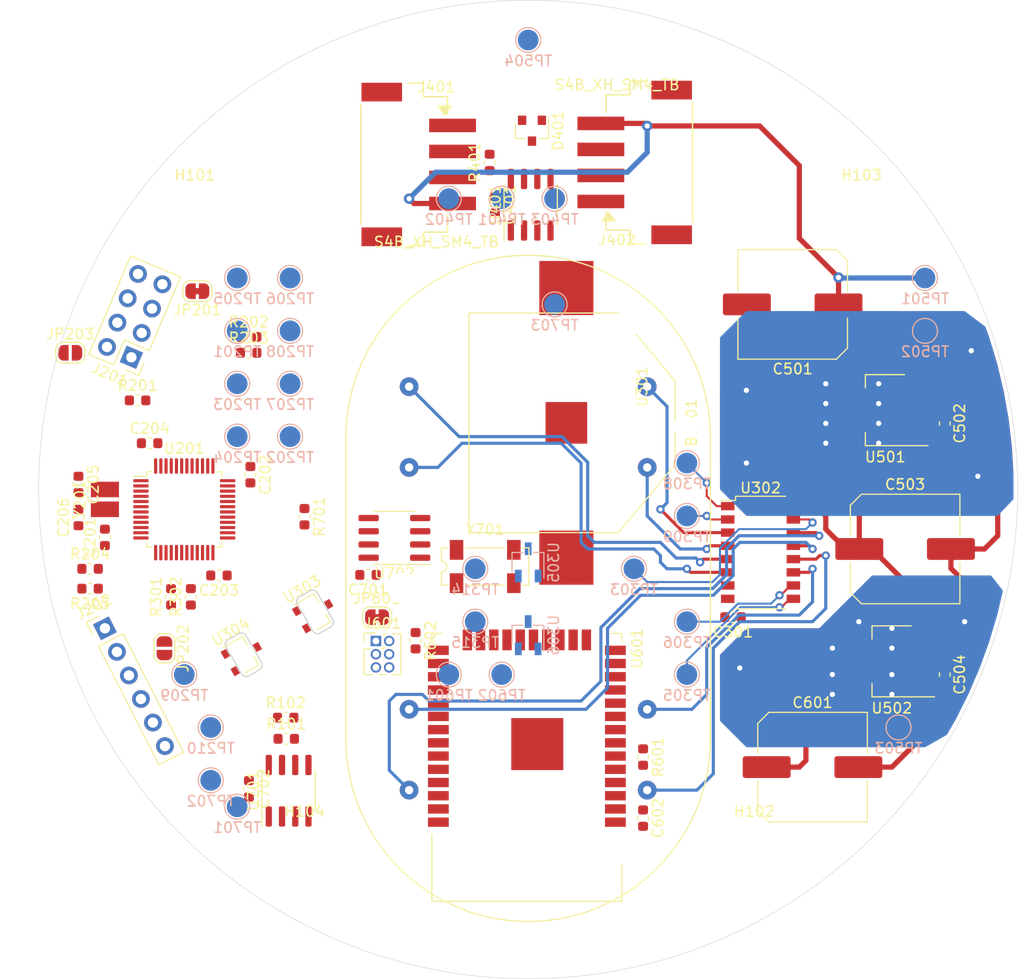
<source format=kicad_pcb>
(kicad_pcb (version 20171130) (host pcbnew "(5.1.8-0-10_14)")
  (layers (0 F.Cu signal) (31 B.Cu signal) (34 B.Paste user hide) (35 F.Paste user hide) (36 B.SilkS user hide) (37 F.SilkS user hide) (38 B.Mask user hide) (39 F.Mask user hide) (44 Edge.Cuts user))
  (net 0 "")
  (net 1 GND)
  (net 2 "Net-(BT701-Pad1)")
  (net 3 +3V3)
  (net 4 "Net-(C205-Pad1)")
  (net 5 "Net-(C206-Pad1)")
  (net 6 +5V)
  (net 7 /uC/uC-RST)
  (net 8 /uC/SWDCLK)
  (net 9 /uC/SWO)
  (net 10 /uC/SWDIO)
  (net 11 "Net-(J201-Pad7)")
  (net 12 "Net-(J202-Pad3)")
  (net 13 /uC/uC-Debug-Rx)
  (net 14 /uC/uC-Debug-Tx)
  (net 15 "/Com Bus/RS485-A")
  (net 16 "/Com Bus/RS485-B")
  (net 17 /WiFi/ESP-EN)
  (net 18 "Net-(J601-Pad2)")
  (net 19 /WiFi/ESP-TxD0)
  (net 20 /WiFi/ESP-RxD0)
  (net 21 /WiFi/ESP-IO0)
  (net 22 "Net-(JP203-Pad2)")
  (net 23 /I2C-SCL)
  (net 24 /I2C-SDA)
  (net 25 /uC/BOOT0)
  (net 26 /uC/BOOT1)
  (net 27 /uC/HW-Version)
  (net 28 /Mechanics/HAL-A)
  (net 29 /Mechanics/HAL-B)
  (net 30 "/RTC and Memory/RCLK")
  (net 31 /Mechanics/MA1)
  (net 32 /Mechanics/MA2)
  (net 33 /Mechanics/M-Rst)
  (net 34 /Mechanics/MA3)
  (net 35 /Mechanics/M-A-CW)
  (net 36 /Mechanics/M-A-Step)
  (net 37 /Mechanics/MA4)
  (net 38 /Mechanics/M-B-CW)
  (net 39 /Mechanics/M-B-Step)
  (net 40 /Mechanics/MB1)
  (net 41 /Mechanics/MB2)
  (net 42 /Mechanics/MB3)
  (net 43 /Mechanics/MB4)
  (net 44 "/Com Bus/uC-RS485-Rx")
  (net 45 "/Com Bus/uC-RS485-DE")
  (net 46 "/Com Bus/uC-RS485-Tx")
  (net 47 /WiFi/uC-WiFi-Tx)
  (net 48 /WiFi/uC-WiFi-Rx)
  (net 49 "Net-(U702-Pad1)")
  (net 50 "Net-(U702-Pad2)")
  (net 51 +7.5V)
  (net 52 "Net-(J202-Pad6)")
  (net 53 "Net-(J202-Pad2)")
  (net 54 "Net-(U201-Pad46)")
  (net 55 "Net-(U201-Pad41)")
  (net 56 "Net-(U201-Pad40)")
  (net 57 "Net-(U201-Pad32)")
  (net 58 "Net-(U201-Pad29)")
  (net 59 "Net-(U201-Pad25)")
  (net 60 "Net-(U201-Pad19)")
  (net 61 "Net-(U201-Pad18)")
  (net 62 "Net-(U201-Pad15)")
  (net 63 "Net-(U201-Pad14)")
  (net 64 "Net-(U201-Pad10)")
  (net 65 "Net-(U201-Pad4)")
  (net 66 "Net-(U201-Pad3)")
  (net 67 "Net-(U201-Pad2)")
  (net 68 "Net-(U601-Pad37)")
  (net 69 "Net-(U601-Pad36)")
  (net 70 "Net-(U601-Pad33)")
  (net 71 "Net-(U601-Pad32)")
  (net 72 "Net-(U601-Pad31)")
  (net 73 "Net-(U601-Pad30)")
  (net 74 "Net-(U601-Pad29)")
  (net 75 "Net-(U601-Pad26)")
  (net 76 "Net-(U601-Pad24)")
  (net 77 "Net-(U601-Pad23)")
  (net 78 "Net-(U601-Pad22)")
  (net 79 "Net-(U601-Pad21)")
  (net 80 "Net-(U601-Pad20)")
  (net 81 "Net-(U601-Pad19)")
  (net 82 "Net-(U601-Pad18)")
  (net 83 "Net-(U601-Pad17)")
  (net 84 "Net-(U601-Pad16)")
  (net 85 "Net-(U601-Pad14)")
  (net 86 "Net-(U601-Pad13)")
  (net 87 "Net-(U601-Pad12)")
  (net 88 "Net-(U601-Pad11)")
  (net 89 "Net-(U601-Pad10)")
  (net 90 "Net-(U601-Pad9)")
  (net 91 "Net-(U601-Pad8)")
  (net 92 "Net-(U601-Pad7)")
  (net 93 "Net-(U601-Pad6)")
  (net 94 "Net-(U601-Pad5)")
  (net 95 "Net-(U601-Pad4)")
  (net 96 "Net-(U701-Pad7)")
  (module Package_TO_SOT_SMD:TSOT-23 (layer B.Cu) (at 150 114 90)
    (fp_text reference U306 (at 0 2.45 90) (layer B.SilkS) (effects (justify mirror)))
    (fp_text value AH3572)
    (pad 3 smd rect (at 1.31 0 90) (size 1.22 0.65) (layers B.Cu B.Paste B.Mask) (net 1 GND))
    (pad 2 smd rect (at -1.31 -0.95 90) (size 1.22 0.65) (layers B.Cu B.Paste B.Mask) (net 29 /Mechanics/HAL-B))
    (pad 1 smd rect (at -1.31 0.95 90) (size 1.22 0.65) (layers B.Cu B.Paste B.Mask) (net 3 +3V3))
  )
  (module Package_TO_SOT_SMD:TSOT-23 (layer B.Cu) (at 150 107 90)
    (fp_text reference U305 (at 0 2.45 90) (layer B.SilkS) (effects (justify mirror)))
    (fp_text value AH3572)
    (pad 3 smd rect (at 1.31 0 90) (size 1.22 0.65) (layers B.Cu B.Paste B.Mask) (net 1 GND))
    (pad 2 smd rect (at -1.31 -0.95 90) (size 1.22 0.65) (layers B.Cu B.Paste B.Mask) (net 28 /Mechanics/HAL-A))
    (pad 1 smd rect (at -1.31 0.95 90) (size 1.22 0.65) (layers B.Cu B.Paste B.Mask) (net 3 +3V3))
  )
  (module mvl-footprints:Crystal_SMD_3225-2Pin_3.2x2.5mm (layer F.Cu) (at 109.36 100.95 90)
    (fp_text reference Y201 (at 0 -2.4 90) (layer F.SilkS))
    (fp_text value "NX3225GD 8MHz")
    (pad 2 smd rect (at -0.95 0 90) (size 1.5 2.7) (layers F.Cu F.Paste F.Mask) (net 5 "Net-(C206-Pad1)"))
    (pad 1 smd rect (at 0.95 0 90) (size 1.5 2.7) (layers F.Cu F.Paste F.Mask) (net 4 "Net-(C205-Pad1)"))
  )
  (module Package_SO:SOIC-8_3.9x4.9mm_P1.27mm (layer F.Cu) (at 137.16 104.648 180)
    (fp_text reference U702 (at 0 -3.4) (layer F.SilkS))
    (fp_text value DS1307+)
    (pad 8 smd roundrect (at 2.475 -1.905 180) (size 1.95 0.6) (layers F.Cu F.Paste F.Mask) (net 3 +3V3))
    (pad 7 smd roundrect (at 2.475 -0.635 180) (size 1.95 0.6) (layers F.Cu F.Paste F.Mask) (net 30 "/RTC and Memory/RCLK"))
    (pad 6 smd roundrect (at 2.475 0.635 180) (size 1.95 0.6) (layers F.Cu F.Paste F.Mask) (net 23 /I2C-SCL))
    (pad 5 smd roundrect (at 2.475 1.905 180) (size 1.95 0.6) (layers F.Cu F.Paste F.Mask) (net 24 /I2C-SDA))
    (pad 4 smd roundrect (at -2.475 1.905 180) (size 1.95 0.6) (layers F.Cu F.Paste F.Mask) (net 1 GND))
    (pad 3 smd roundrect (at -2.475 0.635 180) (size 1.95 0.6) (layers F.Cu F.Paste F.Mask) (net 2 "Net-(BT701-Pad1)"))
    (pad 2 smd roundrect (at -2.475 -0.635 180) (size 1.95 0.6) (layers F.Cu F.Paste F.Mask) (net 50 "Net-(U702-Pad2)"))
    (pad 1 smd roundrect (at -2.475 -1.905 180) (size 1.95 0.6) (layers F.Cu F.Paste F.Mask) (net 49 "Net-(U702-Pad1)"))
  )
  (module Package_SO:SOIC-8_3.9x4.9mm_P1.27mm (layer F.Cu) (at 150.241 72.644 90)
    (fp_text reference U401 (at 0 -3.4 90) (layer F.SilkS))
    (fp_text value MAX3485)
    (pad 8 smd roundrect (at 2.475 -1.905 90) (size 1.95 0.6) (layers F.Cu F.Paste F.Mask) (net 3 +3V3))
    (pad 7 smd roundrect (at 2.475 -0.635 90) (size 1.95 0.6) (layers F.Cu F.Paste F.Mask) (net 16 "/Com Bus/RS485-B"))
    (pad 6 smd roundrect (at 2.475 0.635 90) (size 1.95 0.6) (layers F.Cu F.Paste F.Mask) (net 15 "/Com Bus/RS485-A"))
    (pad 5 smd roundrect (at 2.475 1.905 90) (size 1.95 0.6) (layers F.Cu F.Paste F.Mask) (net 1 GND))
    (pad 4 smd roundrect (at -2.475 1.905 90) (size 1.95 0.6) (layers F.Cu F.Paste F.Mask) (net 46 "/Com Bus/uC-RS485-Tx"))
    (pad 3 smd roundrect (at -2.475 0.635 90) (size 1.95 0.6) (layers F.Cu F.Paste F.Mask) (net 45 "/Com Bus/uC-RS485-DE"))
    (pad 2 smd roundrect (at -2.475 -0.635 90) (size 1.95 0.6) (layers F.Cu F.Paste F.Mask) (net 45 "/Com Bus/uC-RS485-DE"))
    (pad 1 smd roundrect (at -2.475 -1.905 90) (size 1.95 0.6) (layers F.Cu F.Paste F.Mask) (net 44 "/Com Bus/uC-RS485-Rx"))
  )
  (module Package_SO:SOIC-8_3.9x4.9mm_P1.27mm (layer F.Cu) (at 127 128.94 90)
    (fp_text reference U701 (at 0 -3.4 90) (layer F.SilkS))
    (fp_text value 24LC512)
    (pad 8 smd roundrect (at 2.475 -1.905 90) (size 1.95 0.6) (layers F.Cu F.Paste F.Mask) (net 3 +3V3))
    (pad 7 smd roundrect (at 2.475 -0.635 90) (size 1.95 0.6) (layers F.Cu F.Paste F.Mask) (net 96 "Net-(U701-Pad7)"))
    (pad 6 smd roundrect (at 2.475 0.635 90) (size 1.95 0.6) (layers F.Cu F.Paste F.Mask) (net 23 /I2C-SCL))
    (pad 5 smd roundrect (at 2.475 1.905 90) (size 1.95 0.6) (layers F.Cu F.Paste F.Mask) (net 24 /I2C-SDA))
    (pad 4 smd roundrect (at -2.475 1.905 90) (size 1.95 0.6) (layers F.Cu F.Paste F.Mask) (net 1 GND))
    (pad 3 smd roundrect (at -2.475 0.635 90) (size 1.95 0.6) (layers F.Cu F.Paste F.Mask) (net 1 GND))
    (pad 2 smd roundrect (at -2.475 -0.635 90) (size 1.95 0.6) (layers F.Cu F.Paste F.Mask) (net 1 GND))
    (pad 1 smd roundrect (at -2.475 -1.905 90) (size 1.95 0.6) (layers F.Cu F.Paste F.Mask) (net 1 GND))
  )
  (module mvl-footprints:Crystal_SMD_SeikoEpson_MC306-4Pin_8.0x3.2mm (layer F.Cu) (at 145.872 107.398)
    (fp_text reference Y701 (at 0 -3.55) (layer F.SilkS))
    (fp_text value 32.768kHz)
    (pad 4 smd rect (at -2.75 -1.6) (size 1.3 1.9) (layers F.Cu F.Paste F.Mask) (net 50 "Net-(U702-Pad2)"))
    (pad 3 smd rect (at 2.75 -1.6) (size 1.3 1.9) (layers F.Cu F.Paste F.Mask) (net 1 GND))
    (pad 2 smd rect (at 2.75 1.6) (size 1.3 1.9) (layers F.Cu F.Paste F.Mask) (net 1 GND))
    (pad 1 smd rect (at -2.75 1.6) (size 1.3 1.9) (layers F.Cu F.Paste F.Mask) (net 49 "Net-(U702-Pad1)"))
  )
  (module mvl-footprints:SOT-23-UD (layer F.Cu) (at 122.695 115.875 30)
    (fp_text reference U304 (at 0 -2.5 30) (layer F.SilkS))
    (fp_text value AH3572)
    (fp_line (start -0.6 -2) (end 0.6 -2) (layer Edge.Cuts) (width 0.12))
    (fp_line (start -0.6 2) (end 0.6 2) (layer Edge.Cuts) (width 0.12))
    (fp_line (start 1.1 1.5) (end 1.1 -1.5) (layer Edge.Cuts) (width 0.12))
    (fp_line (start -1.1 -1.5) (end -1.1 1.5) (layer Edge.Cuts) (width 0.12))
    (fp_arc (start 0.6 1.5) (end 0.6 2) (angle -90) (layer Edge.Cuts) (width 0.12))
    (fp_arc (start -0.6 1.5) (end -1.1 1.5) (angle -90) (layer Edge.Cuts) (width 0.12))
    (fp_arc (start -0.6 -1.5) (end -0.6 -2) (angle -90) (layer Edge.Cuts) (width 0.12))
    (fp_arc (start 0.6 -1.5) (end 1.1 -1.5) (angle -90) (layer Edge.Cuts) (width 0.12))
    (pad 3 smd rect (at 1.5 0 30) (size 0.6 0.8) (layers F.Cu F.Paste F.Mask) (net 1 GND))
    (pad 1 smd rect (at -1.5 0.95 30) (size 0.6 0.8) (layers F.Cu F.Paste F.Mask) (net 3 +3V3))
    (pad 2 smd rect (at -1.5 -0.95 30) (size 0.6 0.8) (layers F.Cu F.Paste F.Mask) (net 29 /Mechanics/HAL-B))
  )
  (module mvl-footprints:SOT-23-UD (layer F.Cu) (at 129.54 111.76 30)
    (fp_text reference U303 (at 0 -2.5 30) (layer F.SilkS))
    (fp_text value AH3572)
    (fp_line (start -0.6 -2) (end 0.6 -2) (layer Edge.Cuts) (width 0.12))
    (fp_line (start -0.6 2) (end 0.6 2) (layer Edge.Cuts) (width 0.12))
    (fp_line (start 1.1 1.5) (end 1.1 -1.5) (layer Edge.Cuts) (width 0.12))
    (fp_line (start -1.1 -1.5) (end -1.1 1.5) (layer Edge.Cuts) (width 0.12))
    (fp_arc (start 0.6 1.5) (end 0.6 2) (angle -90) (layer Edge.Cuts) (width 0.12))
    (fp_arc (start -0.6 1.5) (end -1.1 1.5) (angle -90) (layer Edge.Cuts) (width 0.12))
    (fp_arc (start -0.6 -1.5) (end -0.6 -2) (angle -90) (layer Edge.Cuts) (width 0.12))
    (fp_arc (start 0.6 -1.5) (end 1.1 -1.5) (angle -90) (layer Edge.Cuts) (width 0.12))
    (pad 3 smd rect (at 1.5 0 30) (size 0.6 0.8) (layers F.Cu F.Paste F.Mask) (net 1 GND))
    (pad 1 smd rect (at -1.5 0.95 30) (size 0.6 0.8) (layers F.Cu F.Paste F.Mask) (net 3 +3V3))
    (pad 2 smd rect (at -1.5 -0.95 30) (size 0.6 0.8) (layers F.Cu F.Paste F.Mask) (net 28 /Mechanics/HAL-A))
  )
  (module mvl-footprints:JST_S4B_XH_SM4_TB (layer F.Cu) (at 160.528 68.58 90)
    (fp_text reference J402 (at -7.45 -2) (layer F.SilkS))
    (fp_text value S4B_XH_SM4_TB (at 7.45 -2) (layer F.SilkS))
    (pad 4 smd rect (at 3.75 -3.55 90) (size 1.3 4.5) (layers F.Cu F.Paste F.Mask) (net 51 +7.5V))
    (pad "" smd rect (at 6.95 3.25 90) (size 1.8 3.9) (layers F.Cu F.Paste F.Mask))
    (pad "" smd rect (at -6.95 3.25 90) (size 1.8 3.9) (layers F.Cu F.Paste F.Mask))
    (pad 3 smd rect (at 1.25 -3.55 90) (size 1.3 4.5) (layers F.Cu F.Paste F.Mask) (net 16 "/Com Bus/RS485-B"))
    (pad 1 smd rect (at -3.75 -3.55 90) (size 1.3 4.5) (layers F.Cu F.Paste F.Mask) (net 1 GND))
    (pad 2 smd rect (at -1.25 -3.55 90) (size 1.3 4.5) (layers F.Cu F.Paste F.Mask) (net 15 "/Com Bus/RS485-A"))
  )
  (module mvl-footprints:JST_S4B_XH_SM4_TB (layer F.Cu) (at 139.192 68.774 270)
    (fp_text reference J401 (at -7.45 -2) (layer F.SilkS))
    (fp_text value S4B_XH_SM4_TB (at 7.45 -2) (layer F.SilkS))
    (pad 4 smd rect (at 3.75 -3.55 270) (size 1.3 4.5) (layers F.Cu F.Paste F.Mask) (net 51 +7.5V))
    (pad "" smd rect (at 6.95 3.25 270) (size 1.8 3.9) (layers F.Cu F.Paste F.Mask))
    (pad "" smd rect (at -6.95 3.25 270) (size 1.8 3.9) (layers F.Cu F.Paste F.Mask))
    (pad 3 smd rect (at 1.25 -3.55 270) (size 1.3 4.5) (layers F.Cu F.Paste F.Mask) (net 16 "/Com Bus/RS485-B"))
    (pad 1 smd rect (at -3.75 -3.55 270) (size 1.3 4.5) (layers F.Cu F.Paste F.Mask) (net 1 GND))
    (pad 2 smd rect (at -1.25 -3.55 270) (size 1.3 4.5) (layers F.Cu F.Paste F.Mask) (net 15 "/Com Bus/RS485-A"))
  )
  (module MountingHole:MountingHole_3.2mm_M3 (layer F.Cu) (at 128.524 135.128)
    (fp_text reference H104 (at 0 -4.2) (layer F.SilkS))
    (fp_text value MountingHole)
    (pad 1 np_thru_hole circle (at 0 0) (size 3.2 3.2) (drill 3.2) (layers *.Cu *.Mask))
  )
  (module MountingHole:MountingHole_3.2mm_M3 (layer F.Cu) (at 182 74)
    (fp_text reference H103 (at 0 -4.2) (layer F.SilkS))
    (fp_text value MountingHole)
    (pad 1 np_thru_hole circle (at 0 0) (size 3.2 3.2) (drill 3.2) (layers *.Cu *.Mask))
  )
  (module MountingHole:MountingHole_3.2mm_M3 (layer F.Cu) (at 171.704 135.128)
    (fp_text reference H102 (at 0 -4.2) (layer F.SilkS))
    (fp_text value MountingHole)
    (pad 1 np_thru_hole circle (at 0 0) (size 3.2 3.2) (drill 3.2) (layers *.Cu *.Mask))
  )
  (module MountingHole:MountingHole_3.2mm_M3 (layer F.Cu) (at 118 74)
    (fp_text reference H101 (at 0 -4.2) (layer F.SilkS))
    (fp_text value MountingHole)
    (pad 1 np_thru_hole circle (at 0 0) (size 3.2 3.2) (drill 3.2) (layers *.Cu *.Mask))
  )
  (module Package_TO_SOT_SMD:SOT-23 (layer F.Cu) (at 150.368 65.532 270)
    (fp_text reference D401 (at 0 -2.5 90) (layer F.SilkS))
    (fp_text value PESD1CAN)
    (pad 3 smd rect (at 1 0 270) (size 0.9 0.8) (layers F.Cu F.Paste F.Mask) (net 1 GND))
    (pad 2 smd rect (at -1 0.95 270) (size 0.9 0.8) (layers F.Cu F.Paste F.Mask) (net 16 "/Com Bus/RS485-B"))
    (pad 1 smd rect (at -1 -0.95 270) (size 0.9 0.8) (layers F.Cu F.Paste F.Mask) (net 15 "/Com Bus/RS485-A"))
  )
  (module TestPoint:TestPoint_Pad_D2.0mm (layer B.Cu) (at 152.54 82.22)
    (fp_text reference TP703 (at 0 1.998) (layer B.SilkS) (effects (justify mirror)))
    (fp_text value RC2032)
    (pad 1 smd circle (at 0 0) (size 2 2) (layers B.Cu B.Mask) (net 2 "Net-(BT701-Pad1)"))
  )
  (module TestPoint:TestPoint_Pad_D2.0mm (layer B.Cu) (at 119.52 127.94)
    (fp_text reference TP702 (at 0 1.998) (layer B.SilkS) (effects (justify mirror)))
    (fp_text value I2C-SCL)
    (pad 1 smd circle (at 0 0) (size 2 2) (layers B.Cu B.Mask) (net 23 /I2C-SCL))
  )
  (module TestPoint:TestPoint_Pad_D2.0mm (layer B.Cu) (at 122.06 130.48)
    (fp_text reference TP701 (at 0 1.998) (layer B.SilkS) (effects (justify mirror)))
    (fp_text value I2C-SDA)
    (pad 1 smd circle (at 0 0) (size 2 2) (layers B.Cu B.Mask) (net 24 /I2C-SDA))
  )
  (module TestPoint:TestPoint_Pad_D2.0mm (layer B.Cu) (at 147.46 117.78)
    (fp_text reference TP602 (at 0 1.998) (layer B.SilkS) (effects (justify mirror)))
    (fp_text value uC-WiFi-Rx)
    (pad 1 smd circle (at 0 0) (size 2 2) (layers B.Cu B.Mask) (net 48 /WiFi/uC-WiFi-Rx))
  )
  (module TestPoint:TestPoint_Pad_D2.0mm (layer B.Cu) (at 142.38 117.78)
    (fp_text reference TP601 (at 0 1.998) (layer B.SilkS) (effects (justify mirror)))
    (fp_text value uC-WiFi-Tx)
    (pad 1 smd circle (at 0 0) (size 2 2) (layers B.Cu B.Mask) (net 47 /WiFi/uC-WiFi-Tx))
  )
  (module TestPoint:TestPoint_Pad_D2.0mm (layer B.Cu) (at 150 56.82)
    (fp_text reference TP504 (at 0 1.998) (layer B.SilkS) (effects (justify mirror)))
    (fp_text value GND)
    (pad 1 smd circle (at 0 0) (size 2 2) (layers B.Cu B.Mask) (net 1 GND))
  )
  (module TestPoint:TestPoint_Pad_D2.0mm (layer B.Cu) (at 185.56 122.86)
    (fp_text reference TP503 (at 0 1.998) (layer B.SilkS) (effects (justify mirror)))
    (fp_text value +3V3)
    (pad 1 smd circle (at 0 0) (size 2 2) (layers B.Cu B.Mask) (net 3 +3V3))
  )
  (module TestPoint:TestPoint_Pad_D2.0mm (layer B.Cu) (at 188.1 84.76)
    (fp_text reference TP502 (at 0 1.998) (layer B.SilkS) (effects (justify mirror)))
    (fp_text value +5V)
    (pad 1 smd circle (at 0 0) (size 2 2) (layers B.Cu B.Mask) (net 6 +5V))
  )
  (module TestPoint:TestPoint_Pad_D2.0mm (layer B.Cu) (at 188.1 79.68)
    (fp_text reference TP501 (at 0 1.998) (layer B.SilkS) (effects (justify mirror)))
    (fp_text value +9V)
    (pad 1 smd circle (at 0 0) (size 2 2) (layers B.Cu B.Mask) (net 51 +7.5V))
  )
  (module TestPoint:TestPoint_Pad_D2.0mm (layer B.Cu) (at 152.54 72.06)
    (fp_text reference TP403 (at 0 1.998) (layer B.SilkS) (effects (justify mirror)))
    (fp_text value uC-RS485-Tx)
    (pad 1 smd circle (at 0 0) (size 2 2) (layers B.Cu B.Mask) (net 46 "/Com Bus/uC-RS485-Tx"))
  )
  (module TestPoint:TestPoint_Pad_D2.0mm (layer B.Cu) (at 142.38 72.06)
    (fp_text reference TP402 (at 0 1.998) (layer B.SilkS) (effects (justify mirror)))
    (fp_text value uC-RS485-DE)
    (pad 1 smd circle (at 0 0) (size 2 2) (layers B.Cu B.Mask) (net 45 "/Com Bus/uC-RS485-DE"))
  )
  (module TestPoint:TestPoint_Pad_D2.0mm (layer B.Cu) (at 147.46 72.06)
    (fp_text reference TP401 (at 0 1.998) (layer B.SilkS) (effects (justify mirror)))
    (fp_text value uC-RS485-Rx)
    (pad 1 smd circle (at 0 0) (size 2 2) (layers B.Cu B.Mask) (net 44 "/Com Bus/uC-RS485-Rx"))
  )
  (module TestPoint:TestPoint_Pad_D2.0mm (layer B.Cu) (at 144.92 112.7)
    (fp_text reference TP315 (at 0 1.998) (layer B.SilkS) (effects (justify mirror)))
    (fp_text value HAL-B)
    (pad 1 smd circle (at 0 0) (size 2 2) (layers B.Cu B.Mask) (net 29 /Mechanics/HAL-B))
  )
  (module TestPoint:TestPoint_Pad_D2.0mm (layer B.Cu) (at 144.92 107.62)
    (fp_text reference TP314 (at 0 1.998) (layer B.SilkS) (effects (justify mirror)))
    (fp_text value HAL-A)
    (pad 1 smd circle (at 0 0) (size 2 2) (layers B.Cu B.Mask) (net 28 /Mechanics/HAL-A))
  )
  (module TestPoint:TestPoint_Pad_D2.0mm (layer B.Cu) (at 165.24 102.54)
    (fp_text reference TP309 (at 0 1.998) (layer B.SilkS) (effects (justify mirror)))
    (fp_text value M-B-Step)
    (pad 1 smd circle (at 0 0) (size 2 2) (layers B.Cu B.Mask) (net 39 /Mechanics/M-B-Step))
  )
  (module TestPoint:TestPoint_Pad_D2.0mm (layer B.Cu) (at 165.24 97.46)
    (fp_text reference TP308 (at 0 1.998) (layer B.SilkS) (effects (justify mirror)))
    (fp_text value M-B-CW)
    (pad 1 smd circle (at 0 0) (size 2 2) (layers B.Cu B.Mask) (net 38 /Mechanics/M-B-CW))
  )
  (module TestPoint:TestPoint_Pad_D2.0mm (layer B.Cu) (at 165.24 112.7)
    (fp_text reference TP306 (at 0 1.998) (layer B.SilkS) (effects (justify mirror)))
    (fp_text value M-A-Step)
    (pad 1 smd circle (at 0 0) (size 2 2) (layers B.Cu B.Mask) (net 36 /Mechanics/M-A-Step))
  )
  (module TestPoint:TestPoint_Pad_D2.0mm (layer B.Cu) (at 165.24 117.78)
    (fp_text reference TP305 (at 0 1.998) (layer B.SilkS) (effects (justify mirror)))
    (fp_text value M-A-CW)
    (pad 1 smd circle (at 0 0) (size 2 2) (layers B.Cu B.Mask) (net 35 /Mechanics/M-A-CW))
  )
  (module TestPoint:TestPoint_Pad_D2.0mm (layer B.Cu) (at 160.16 107.62)
    (fp_text reference TP303 (at 0 1.998) (layer B.SilkS) (effects (justify mirror)))
    (fp_text value M-Rst)
    (pad 1 smd circle (at 0 0) (size 2 2) (layers B.Cu B.Mask) (net 33 /Mechanics/M-Rst))
  )
  (module TestPoint:TestPoint_Pad_D2.0mm (layer B.Cu) (at 119.52 122.86)
    (fp_text reference TP210 (at 0 1.998) (layer B.SilkS) (effects (justify mirror)))
    (fp_text value uC-Debug-Tx)
    (pad 1 smd circle (at 0 0) (size 2 2) (layers B.Cu B.Mask) (net 14 /uC/uC-Debug-Tx))
  )
  (module TestPoint:TestPoint_Pad_D2.0mm (layer B.Cu) (at 116.98 117.78)
    (fp_text reference TP209 (at 0 1.998) (layer B.SilkS) (effects (justify mirror)))
    (fp_text value uC-Debug-Rx)
    (pad 1 smd circle (at 0 0) (size 2 2) (layers B.Cu B.Mask) (net 13 /uC/uC-Debug-Rx))
  )
  (module TestPoint:TestPoint_Pad_D2.0mm (layer B.Cu) (at 127.14 84.76)
    (fp_text reference TP208 (at 0 1.998) (layer B.SilkS) (effects (justify mirror)))
    (fp_text value BOOT1)
    (pad 1 smd circle (at 0 0) (size 2 2) (layers B.Cu B.Mask) (net 26 /uC/BOOT1))
  )
  (module TestPoint:TestPoint_Pad_D2.0mm (layer B.Cu) (at 127.14 89.84)
    (fp_text reference TP207 (at 0 1.998) (layer B.SilkS) (effects (justify mirror)))
    (fp_text value BOOT0)
    (pad 1 smd circle (at 0 0) (size 2 2) (layers B.Cu B.Mask) (net 25 /uC/BOOT0))
  )
  (module TestPoint:TestPoint_Pad_D2.0mm (layer B.Cu) (at 127.14 79.68)
    (fp_text reference TP206 (at 0 1.998) (layer B.SilkS) (effects (justify mirror)))
    (fp_text value GND)
    (pad 1 smd circle (at 0 0) (size 2 2) (layers B.Cu B.Mask) (net 1 GND))
  )
  (module TestPoint:TestPoint_Pad_D2.0mm (layer B.Cu) (at 122.06 79.68)
    (fp_text reference TP205 (at 0 1.998) (layer B.SilkS) (effects (justify mirror)))
    (fp_text value 3V3)
    (pad 1 smd circle (at 0 0) (size 2 2) (layers B.Cu B.Mask) (net 3 +3V3))
  )
  (module TestPoint:TestPoint_Pad_D2.0mm (layer B.Cu) (at 122.06 94.92)
    (fp_text reference TP204 (at 0 1.998) (layer B.SilkS) (effects (justify mirror)))
    (fp_text value SWDIO)
    (pad 1 smd circle (at 0 0) (size 2 2) (layers B.Cu B.Mask) (net 10 /uC/SWDIO))
  )
  (module TestPoint:TestPoint_Pad_D2.0mm (layer B.Cu) (at 122.06 89.84)
    (fp_text reference TP203 (at 0 1.998) (layer B.SilkS) (effects (justify mirror)))
    (fp_text value SWDCLK)
    (pad 1 smd circle (at 0 0) (size 2 2) (layers B.Cu B.Mask) (net 8 /uC/SWDCLK))
  )
  (module TestPoint:TestPoint_Pad_D2.0mm (layer B.Cu) (at 127.14 94.92)
    (fp_text reference TP202 (at 0 1.998) (layer B.SilkS) (effects (justify mirror)))
    (fp_text value uC-Rst)
    (pad 1 smd circle (at 0 0) (size 2 2) (layers B.Cu B.Mask) (net 7 /uC/uC-RST))
  )
  (module TestPoint:TestPoint_Pad_D2.0mm (layer B.Cu) (at 122.06 84.76)
    (fp_text reference TP201 (at 0 1.998) (layer B.SilkS) (effects (justify mirror)))
    (fp_text value SWO)
    (pad 1 smd circle (at 0 0) (size 2 2) (layers B.Cu B.Mask) (net 9 /uC/SWO))
  )
  (module mvl-footprints:BATT_WE_79523141 (layer F.Cu) (at 153.67 93.595 90)
    (fp_text reference BT701 (at 0 12 90) (layer F.SilkS))
    (fp_text value CR2032)
    (pad 1 smd rect (at -12.95 0 90) (size 5.2 5.2) (layers F.Cu F.Paste F.Mask) (net 2 "Net-(BT701-Pad1)"))
    (pad 3 smd rect (at 12.95 0 90) (size 5.2 5.2) (layers F.Cu F.Paste F.Mask) (net 2 "Net-(BT701-Pad1)"))
    (pad 2 smd rect (at 0 0 90) (size 4 4) (layers F.Cu F.Paste F.Mask) (net 1 GND))
  )
  (module Capacitor_SMD:C_0603_1608Metric (layer F.Cu) (at 109.36 104.5975 90)
    (fp_text reference C201 (at 0 -1.43 90) (layer F.SilkS))
    (fp_text value 100nF)
    (pad 2 smd roundrect (at 0.7875 0 90) (size 0.875 0.95) (layers F.Cu F.Paste F.Mask) (net 1 GND))
    (pad 1 smd roundrect (at -0.7875 0 90) (size 0.875 0.95) (layers F.Cu F.Paste F.Mask) (net 3 +3V3))
  )
  (module Capacitor_SMD:C_0603_1608Metric (layer F.Cu) (at 123.33 98.5775 270)
    (fp_text reference C202 (at 0 -1.43 90) (layer F.SilkS))
    (fp_text value 100nF)
    (pad 2 smd roundrect (at 0.7875 0 270) (size 0.875 0.95) (layers F.Cu F.Paste F.Mask) (net 1 GND))
    (pad 1 smd roundrect (at -0.7875 0 270) (size 0.875 0.95) (layers F.Cu F.Paste F.Mask) (net 3 +3V3))
  )
  (module Capacitor_SMD:C_0603_1608Metric (layer F.Cu) (at 120.3075 108.255 180)
    (fp_text reference C203 (at 0 -1.43) (layer F.SilkS))
    (fp_text value 100nF)
    (pad 2 smd roundrect (at 0.7875 0 180) (size 0.875 0.95) (layers F.Cu F.Paste F.Mask) (net 1 GND))
    (pad 1 smd roundrect (at -0.7875 0 180) (size 0.875 0.95) (layers F.Cu F.Paste F.Mask) (net 3 +3V3))
  )
  (module Capacitor_SMD:C_0603_1608Metric (layer F.Cu) (at 113.6525 95.555)
    (fp_text reference C204 (at 0 -1.43) (layer F.SilkS))
    (fp_text value 100nF)
    (pad 2 smd roundrect (at 0.7875 0) (size 0.875 0.95) (layers F.Cu F.Paste F.Mask) (net 1 GND))
    (pad 1 smd roundrect (at -0.7875 0) (size 0.875 0.95) (layers F.Cu F.Paste F.Mask) (net 3 +3V3))
  )
  (module Capacitor_SMD:C_0603_1608Metric (layer F.Cu) (at 106.82 99.5175 270)
    (fp_text reference C205 (at 0 -1.43 90) (layer F.SilkS))
    (fp_text value 20pF)
    (pad 2 smd roundrect (at 0.7875 0 270) (size 0.875 0.95) (layers F.Cu F.Paste F.Mask) (net 1 GND))
    (pad 1 smd roundrect (at -0.7875 0 270) (size 0.875 0.95) (layers F.Cu F.Paste F.Mask) (net 4 "Net-(C205-Pad1)"))
  )
  (module Capacitor_SMD:C_0603_1608Metric (layer F.Cu) (at 106.82 102.6925 90)
    (fp_text reference C206 (at 0 -1.43 90) (layer F.SilkS))
    (fp_text value 20pF)
    (pad 2 smd roundrect (at 0.7875 0 90) (size 0.875 0.95) (layers F.Cu F.Paste F.Mask) (net 1 GND))
    (pad 1 smd roundrect (at -0.7875 0 90) (size 0.875 0.95) (layers F.Cu F.Paste F.Mask) (net 5 "Net-(C206-Pad1)"))
  )
  (module Capacitor_SMD:C_0603_1608Metric (layer F.Cu) (at 169.672 112.268 180)
    (fp_text reference C301 (at 0 -1.43) (layer F.SilkS))
    (fp_text value 100nF)
    (pad 2 smd roundrect (at 0.7875 0 180) (size 0.875 0.95) (layers F.Cu F.Paste F.Mask) (net 6 +5V))
    (pad 1 smd roundrect (at -0.7875 0 180) (size 0.875 0.95) (layers F.Cu F.Paste F.Mask) (net 1 GND))
  )
  (module Capacitor_SMD:C_0603_1608Metric (layer F.Cu) (at 146.812 72.644 270)
    (fp_text reference C401 (at 0 -1.43 90) (layer F.SilkS))
    (fp_text value 100nF)
    (pad 2 smd roundrect (at 0.7875 0 270) (size 0.875 0.95) (layers F.Cu F.Paste F.Mask) (net 1 GND))
    (pad 1 smd roundrect (at -0.7875 0 270) (size 0.875 0.95) (layers F.Cu F.Paste F.Mask) (net 3 +3V3))
  )
  (module Capacitor_SMD:C_Elec_10x10.2 (layer F.Cu) (at 175.4 82.22 180)
    (fp_text reference C501 (at 0 -6.2) (layer F.SilkS))
    (fp_text value 22uF)
    (pad 2 smd roundrect (at 4.4 0 180) (size 4.6 2.1) (layers F.Cu F.Paste F.Mask) (roundrect_rratio 0.119048) (net 1 GND))
    (pad 1 smd roundrect (at -4.4 0 180) (size 4.6 2.1) (layers F.Cu F.Paste F.Mask) (roundrect_rratio 0.119048) (net 51 +7.5V))
  )
  (module Capacitor_SMD:C_0603_1608Metric (layer F.Cu) (at 190.005 93.65 270)
    (fp_text reference C502 (at 0 -1.43 90) (layer F.SilkS))
    (fp_text value 100nF)
    (pad 2 smd roundrect (at 0.7875 0 270) (size 0.875 0.95) (layers F.Cu F.Paste F.Mask) (net 1 GND))
    (pad 1 smd roundrect (at -0.7875 0 270) (size 0.875 0.95) (layers F.Cu F.Paste F.Mask) (net 6 +5V))
  )
  (module Capacitor_SMD:C_Elec_10x10.2 (layer F.Cu) (at 186.195 105.715)
    (fp_text reference C503 (at 0 -6.2) (layer F.SilkS))
    (fp_text value 22uF)
    (pad 2 smd roundrect (at 4.4 0) (size 4.6 2.1) (layers F.Cu F.Paste F.Mask) (roundrect_rratio 0.119048) (net 1 GND))
    (pad 1 smd roundrect (at -4.4 0) (size 4.6 2.1) (layers F.Cu F.Paste F.Mask) (roundrect_rratio 0.119048) (net 6 +5V))
  )
  (module Capacitor_SMD:C_0603_1608Metric (layer F.Cu) (at 190.005 117.78 270)
    (fp_text reference C504 (at 0 -1.43 90) (layer F.SilkS))
    (fp_text value 100nF)
    (pad 2 smd roundrect (at 0.7875 0 270) (size 0.875 0.95) (layers F.Cu F.Paste F.Mask) (net 1 GND))
    (pad 1 smd roundrect (at -0.7875 0 270) (size 0.875 0.95) (layers F.Cu F.Paste F.Mask) (net 3 +3V3))
  )
  (module Capacitor_SMD:C_Elec_10x10.2 (layer F.Cu) (at 177.305 126.67)
    (fp_text reference C601 (at 0 -6.2) (layer F.SilkS))
    (fp_text value 22uF)
    (pad 2 smd roundrect (at 4.4 0) (size 4.6 2.1) (layers F.Cu F.Paste F.Mask) (roundrect_rratio 0.119048) (net 1 GND))
    (pad 1 smd roundrect (at -4.4 0) (size 4.6 2.1) (layers F.Cu F.Paste F.Mask) (roundrect_rratio 0.119048) (net 3 +3V3))
  )
  (module Capacitor_SMD:C_0603_1608Metric (layer F.Cu) (at 161.036 131.572 270)
    (fp_text reference C602 (at 0 -1.43 90) (layer F.SilkS))
    (fp_text value 100nF)
    (pad 2 smd roundrect (at 0.7875 0 270) (size 0.875 0.95) (layers F.Cu F.Paste F.Mask) (net 1 GND))
    (pad 1 smd roundrect (at -0.7875 0 270) (size 0.875 0.95) (layers F.Cu F.Paste F.Mask) (net 3 +3V3))
  )
  (module Capacitor_SMD:C_0603_1608Metric (layer F.Cu) (at 134.62 108.204 180)
    (fp_text reference C701 (at 0 -1.43) (layer F.SilkS))
    (fp_text value 100nF)
    (pad 2 smd roundrect (at 0.7875 0 180) (size 0.875 0.95) (layers F.Cu F.Paste F.Mask) (net 1 GND))
    (pad 1 smd roundrect (at -0.7875 0 180) (size 0.875 0.95) (layers F.Cu F.Paste F.Mask) (net 3 +3V3))
  )
  (module Capacitor_SMD:C_0603_1608Metric (layer F.Cu) (at 123.19 128.7525 270)
    (fp_text reference C702 (at 0 -1.43 90) (layer F.SilkS))
    (fp_text value 100nF)
    (pad 2 smd roundrect (at 0.7875 0 270) (size 0.875 0.95) (layers F.Cu F.Paste F.Mask) (net 1 GND))
    (pad 1 smd roundrect (at -0.7875 0 270) (size 0.875 0.95) (layers F.Cu F.Paste F.Mask) (net 3 +3V3))
  )
  (module Connector_PinHeader_2.54mm:PinHeader_2x04_P2.54mm_Vertical (layer F.Cu) (at 111.9 87.3 157)
    (fp_text reference J201 (at 1.27 -2.33 157) (layer F.SilkS))
    (fp_text value ST-LINK)
    (pad 8 thru_hole oval (at 2.54 7.62 157) (size 1.7 1.7) (drill 1) (layers *.Cu *.Mask) (net 11 "Net-(J201-Pad7)"))
    (pad 7 thru_hole oval (at 0 7.62 157) (size 1.7 1.7) (drill 1) (layers *.Cu *.Mask) (net 11 "Net-(J201-Pad7)"))
    (pad 6 thru_hole oval (at 2.54 5.08 157) (size 1.7 1.7) (drill 1) (layers *.Cu *.Mask) (net 1 GND))
    (pad 5 thru_hole oval (at 0 5.08 157) (size 1.7 1.7) (drill 1) (layers *.Cu *.Mask) (net 1 GND))
    (pad 4 thru_hole oval (at 2.54 2.54 157) (size 1.7 1.7) (drill 1) (layers *.Cu *.Mask) (net 10 /uC/SWDIO))
    (pad 3 thru_hole oval (at 0 2.54 157) (size 1.7 1.7) (drill 1) (layers *.Cu *.Mask) (net 9 /uC/SWO))
    (pad 2 thru_hole oval (at 2.54 0 157) (size 1.7 1.7) (drill 1) (layers *.Cu *.Mask) (net 8 /uC/SWDCLK))
    (pad 1 thru_hole rect (at 0 0 157) (size 1.7 1.7) (drill 1) (layers *.Cu *.Mask) (net 7 /uC/uC-RST))
  )
  (module Connector_PinHeader_2.54mm:PinHeader_1x06_P2.54mm_Vertical (layer F.Cu) (at 109.36 113.335 27)
    (fp_text reference J202 (at 0 -2.33 27) (layer F.SilkS))
    (fp_text value "Debug UART")
    (pad 6 thru_hole oval (at 0 12.7 27) (size 1.7 1.7) (drill 1) (layers *.Cu *.Mask) (net 52 "Net-(J202-Pad6)"))
    (pad 5 thru_hole oval (at 0 10.16 27) (size 1.7 1.7) (drill 1) (layers *.Cu *.Mask) (net 14 /uC/uC-Debug-Tx))
    (pad 4 thru_hole oval (at 0 7.62 27) (size 1.7 1.7) (drill 1) (layers *.Cu *.Mask) (net 13 /uC/uC-Debug-Rx))
    (pad 3 thru_hole oval (at 0 5.08 27) (size 1.7 1.7) (drill 1) (layers *.Cu *.Mask) (net 12 "Net-(J202-Pad3)"))
    (pad 2 thru_hole oval (at 0 2.54 27) (size 1.7 1.7) (drill 1) (layers *.Cu *.Mask) (net 53 "Net-(J202-Pad2)"))
    (pad 1 thru_hole rect (at 0 0 27) (size 1.7 1.7) (drill 1) (layers *.Cu *.Mask) (net 1 GND))
  )
  (module Jumper:SolderJumper-2_P1.3mm_Bridged_RoundedPad1.0x1.5mm (layer F.Cu) (at 118.235 80.95 180)
    (fp_text reference JP201 (at 0 -1.8) (layer F.SilkS))
    (fp_text value Jumper_NC_Small)
    (fp_poly (pts (xy 0.25 -0.3) (xy -0.25 -0.3) (xy -0.25 0.3) (xy 0.25 0.3)) (layer F.Cu) (width 0))
    (pad 1 smd custom (at -0.65 0 180) (size 1 0.5) (layers F.Cu F.Mask) (net 3 +3V3) (options (clearance outline) (anchor rect)) (primitives (gr_circle (center 0 0.25) (end 0.5 0.25) (width 0)) (gr_circle (center 0 -0.25) (end 0.5 -0.25) (width 0)) (gr_poly (pts (xy 0 -0.75) (xy 0.5 -0.75) (xy 0.5 0.75) (xy 0 0.75)) (width 0))))
    (pad 2 smd custom (at 0.65 0 180) (size 1 0.5) (layers F.Cu F.Mask) (net 11 "Net-(J201-Pad7)") (options (clearance outline) (anchor rect)) (primitives (gr_circle (center 0 0.25) (end 0.5 0.25) (width 0)) (gr_circle (center 0 -0.25) (end 0.5 -0.25) (width 0)) (gr_poly (pts (xy 0 -0.75) (xy -0.5 -0.75) (xy -0.5 0.75) (xy 0 0.75)) (width 0))))
  )
  (module Jumper:SolderJumper-2_P1.3mm_Open_RoundedPad1.0x1.5mm (layer F.Cu) (at 115.075 115.255 270)
    (fp_text reference JP202 (at 0 -1.8 90) (layer F.SilkS))
    (fp_text value Jumper_NO_Small)
    (pad 2 smd custom (at 0.65 0 270) (size 1 0.5) (layers F.Cu F.Mask) (net 12 "Net-(J202-Pad3)") (options (clearance outline) (anchor rect)) (primitives (gr_circle (center 0 0.25) (end 0.5 0.25) (width 0)) (gr_circle (center 0 -0.25) (end 0.5 -0.25) (width 0)) (gr_poly (pts (xy 0 -0.75) (xy -0.5 -0.75) (xy -0.5 0.75) (xy 0 0.75)) (width 0))))
    (pad 1 smd custom (at -0.65 0 270) (size 1 0.5) (layers F.Cu F.Mask) (net 3 +3V3) (options (clearance outline) (anchor rect)) (primitives (gr_circle (center 0 0.25) (end 0.5 0.25) (width 0)) (gr_circle (center 0 -0.25) (end 0.5 -0.25) (width 0)) (gr_poly (pts (xy 0 -0.75) (xy 0.5 -0.75) (xy 0.5 0.75) (xy 0 0.75)) (width 0))))
  )
  (module Jumper:SolderJumper-2_P1.3mm_Open_RoundedPad1.0x1.5mm (layer F.Cu) (at 106.03 86.868)
    (fp_text reference JP203 (at 0 -1.8) (layer F.SilkS))
    (fp_text value Jumper_NO_Small)
    (pad 2 smd custom (at 0.65 0) (size 1 0.5) (layers F.Cu F.Mask) (net 22 "Net-(JP203-Pad2)") (options (clearance outline) (anchor rect)) (primitives (gr_circle (center 0 0.25) (end 0.5 0.25) (width 0)) (gr_circle (center 0 -0.25) (end 0.5 -0.25) (width 0)) (gr_poly (pts (xy 0 -0.75) (xy -0.5 -0.75) (xy -0.5 0.75) (xy 0 0.75)) (width 0))))
    (pad 1 smd custom (at -0.65 0) (size 1 0.5) (layers F.Cu F.Mask) (net 3 +3V3) (options (clearance outline) (anchor rect)) (primitives (gr_circle (center 0 0.25) (end 0.5 0.25) (width 0)) (gr_circle (center 0 -0.25) (end 0.5 -0.25) (width 0)) (gr_poly (pts (xy 0 -0.75) (xy 0.5 -0.75) (xy 0.5 0.75) (xy 0 0.75)) (width 0))))
  )
  (module Jumper:SolderJumper-2_P1.3mm_Bridged_RoundedPad1.0x1.5mm (layer F.Cu) (at 135.494 112.268)
    (fp_text reference JP601 (at 0 -1.8) (layer F.SilkS))
    (fp_text value Jumper_NC_Small)
    (fp_poly (pts (xy 0.25 -0.3) (xy -0.25 -0.3) (xy -0.25 0.3) (xy 0.25 0.3)) (layer F.Cu) (width 0))
    (pad 1 smd custom (at -0.65 0) (size 1 0.5) (layers F.Cu F.Mask) (net 18 "Net-(J601-Pad2)") (options (clearance outline) (anchor rect)) (primitives (gr_circle (center 0 0.25) (end 0.5 0.25) (width 0)) (gr_circle (center 0 -0.25) (end 0.5 -0.25) (width 0)) (gr_poly (pts (xy 0 -0.75) (xy 0.5 -0.75) (xy 0.5 0.75) (xy 0 0.75)) (width 0))))
    (pad 2 smd custom (at 0.65 0) (size 1 0.5) (layers F.Cu F.Mask) (net 3 +3V3) (options (clearance outline) (anchor rect)) (primitives (gr_circle (center 0 0.25) (end 0.5 0.25) (width 0)) (gr_circle (center 0 -0.25) (end 0.5 -0.25) (width 0)) (gr_poly (pts (xy 0 -0.75) (xy -0.5 -0.75) (xy -0.5 0.75) (xy 0 0.75)) (width 0))))
  )
  (module Resistor_SMD:R_0603_1608Metric (layer F.Cu) (at 126.7715 123.952)
    (fp_text reference R101 (at 0 -1.43) (layer F.SilkS))
    (fp_text value 5k)
    (pad 2 smd roundrect (at 0.7875 0) (size 0.875 0.95) (layers F.Cu F.Paste F.Mask) (net 23 /I2C-SCL))
    (pad 1 smd roundrect (at -0.7875 0) (size 0.875 0.95) (layers F.Cu F.Paste F.Mask) (net 3 +3V3))
  )
  (module Resistor_SMD:R_0603_1608Metric (layer F.Cu) (at 126.7205 121.92)
    (fp_text reference R102 (at 0 -1.43) (layer F.SilkS))
    (fp_text value 5k)
    (pad 2 smd roundrect (at 0.7875 0) (size 0.875 0.95) (layers F.Cu F.Paste F.Mask) (net 24 /I2C-SDA))
    (pad 1 smd roundrect (at -0.7875 0) (size 0.875 0.95) (layers F.Cu F.Paste F.Mask) (net 3 +3V3))
  )
  (module Resistor_SMD:R_0603_1608Metric (layer F.Cu) (at 112.4965 91.44)
    (fp_text reference R201 (at 0 -1.43) (layer F.SilkS))
    (fp_text value 4k7)
    (pad 2 smd roundrect (at 0.7875 0) (size 0.875 0.95) (layers F.Cu F.Paste F.Mask) (net 7 /uC/uC-RST))
    (pad 1 smd roundrect (at -0.7875 0) (size 0.875 0.95) (layers F.Cu F.Paste F.Mask) (net 3 +3V3))
  )
  (module Resistor_SMD:R_0603_1608Metric (layer F.Cu) (at 123.1645 85.344)
    (fp_text reference R202 (at 0 -1.43) (layer F.SilkS))
    (fp_text value 10k)
    (pad 2 smd roundrect (at 0.7875 0) (size 0.875 0.95) (layers F.Cu F.Paste F.Mask) (net 1 GND))
    (pad 1 smd roundrect (at -0.7875 0) (size 0.875 0.95) (layers F.Cu F.Paste F.Mask) (net 25 /uC/BOOT0))
  )
  (module Resistor_SMD:R_0603_1608Metric (layer F.Cu) (at 123.1645 86.868)
    (fp_text reference R203 (at 0 -1.43) (layer F.SilkS))
    (fp_text value 10k)
    (pad 2 smd roundrect (at 0.7875 0) (size 0.875 0.95) (layers F.Cu F.Paste F.Mask) (net 1 GND))
    (pad 1 smd roundrect (at -0.7875 0) (size 0.875 0.95) (layers F.Cu F.Paste F.Mask) (net 26 /uC/BOOT1))
  )
  (module Resistor_SMD:R_0603_1608Metric (layer F.Cu) (at 107.9375 107.62)
    (fp_text reference R204 (at 0 -1.43) (layer F.SilkS))
    (fp_text value 10k)
    (pad 2 smd roundrect (at 0.7875 0) (size 0.875 0.95) (layers F.Cu F.Paste F.Mask) (net 27 /uC/HW-Version))
    (pad 1 smd roundrect (at -0.7875 0) (size 0.875 0.95) (layers F.Cu F.Paste F.Mask) (net 3 +3V3))
  )
  (module Resistor_SMD:R_0603_1608Metric (layer F.Cu) (at 107.9375 109.525 180)
    (fp_text reference R205 (at 0 -1.43) (layer F.SilkS))
    (fp_text value 10k)
    (pad 2 smd roundrect (at 0.7875 0 180) (size 0.875 0.95) (layers F.Cu F.Paste F.Mask) (net 1 GND))
    (pad 1 smd roundrect (at -0.7875 0 180) (size 0.875 0.95) (layers F.Cu F.Paste F.Mask) (net 27 /uC/HW-Version))
  )
  (module Resistor_SMD:R_0603_1608Metric (layer F.Cu) (at 115.71 110.3125 90)
    (fp_text reference R301 (at 0 -1.43 90) (layer F.SilkS))
    (fp_text value 10k)
    (pad 2 smd roundrect (at 0.7875 0 90) (size 0.875 0.95) (layers F.Cu F.Paste F.Mask) (net 28 /Mechanics/HAL-A))
    (pad 1 smd roundrect (at -0.7875 0 90) (size 0.875 0.95) (layers F.Cu F.Paste F.Mask) (net 3 +3V3))
  )
  (module Resistor_SMD:R_0603_1608Metric (layer F.Cu) (at 117.615 110.3125 90)
    (fp_text reference R302 (at 0 -1.43 90) (layer F.SilkS))
    (fp_text value 10k)
    (pad 2 smd roundrect (at 0.7875 0 90) (size 0.875 0.95) (layers F.Cu F.Paste F.Mask) (net 29 /Mechanics/HAL-B))
    (pad 1 smd roundrect (at -0.7875 0 90) (size 0.875 0.95) (layers F.Cu F.Paste F.Mask) (net 3 +3V3))
  )
  (module Resistor_SMD:R_0603_1608Metric (layer F.Cu) (at 146.304 68.58 90)
    (fp_text reference R401 (at 0 -1.43 90) (layer F.SilkS))
    (fp_text value 120E)
    (pad 2 smd roundrect (at 0.7875 0 90) (size 0.875 0.95) (layers F.Cu F.Paste F.Mask) (net 15 "/Com Bus/RS485-A"))
    (pad 1 smd roundrect (at -0.7875 0 90) (size 0.875 0.95) (layers F.Cu F.Paste F.Mask) (net 16 "/Com Bus/RS485-B"))
  )
  (module Resistor_SMD:R_0603_1608Metric (layer F.Cu) (at 161.036 125.7045 270)
    (fp_text reference R601 (at 0 -1.43 90) (layer F.SilkS))
    (fp_text value 10k)
    (pad 2 smd roundrect (at 0.7875 0 270) (size 0.875 0.95) (layers F.Cu F.Paste F.Mask) (net 17 /WiFi/ESP-EN))
    (pad 1 smd roundrect (at -0.7875 0 270) (size 0.875 0.95) (layers F.Cu F.Paste F.Mask) (net 3 +3V3))
  )
  (module Resistor_SMD:R_0603_1608Metric (layer F.Cu) (at 139.192 114.5285 270)
    (fp_text reference R602 (at 0 -1.43 90) (layer F.SilkS))
    (fp_text value 10k)
    (pad 2 smd roundrect (at 0.7875 0 270) (size 0.875 0.95) (layers F.Cu F.Paste F.Mask) (net 21 /WiFi/ESP-IO0))
    (pad 1 smd roundrect (at -0.7875 0 270) (size 0.875 0.95) (layers F.Cu F.Paste F.Mask) (net 3 +3V3))
  )
  (module Resistor_SMD:R_0603_1608Metric (layer F.Cu) (at 128.524 102.616 270)
    (fp_text reference R701 (at 0 -1.43 90) (layer F.SilkS))
    (fp_text value 10k)
    (pad 2 smd roundrect (at 0.7875 0 270) (size 0.875 0.95) (layers F.Cu F.Paste F.Mask) (net 30 "/RTC and Memory/RCLK"))
    (pad 1 smd roundrect (at -0.7875 0 270) (size 0.875 0.95) (layers F.Cu F.Paste F.Mask) (net 3 +3V3))
  )
  (module Package_QFP:LQFP-48_7x7mm_P0.5mm (layer F.Cu) (at 116.98 101.905)
    (fp_text reference U201 (at 0 -5.85) (layer F.SilkS))
    (fp_text value STM32F103C8Tx)
    (pad 48 smd roundrect (at -2.75 -4.1625) (size 0.3 1.475) (layers F.Cu F.Paste F.Mask) (net 3 +3V3))
    (pad 47 smd roundrect (at -2.25 -4.1625) (size 0.3 1.475) (layers F.Cu F.Paste F.Mask) (net 1 GND))
    (pad 46 smd roundrect (at -1.75 -4.1625) (size 0.3 1.475) (layers F.Cu F.Paste F.Mask) (net 54 "Net-(U201-Pad46)"))
    (pad 45 smd roundrect (at -1.25 -4.1625) (size 0.3 1.475) (layers F.Cu F.Paste F.Mask) (net 36 /Mechanics/M-A-Step))
    (pad 44 smd roundrect (at -0.75 -4.1625) (size 0.3 1.475) (layers F.Cu F.Paste F.Mask) (net 25 /uC/BOOT0))
    (pad 43 smd roundrect (at -0.25 -4.1625) (size 0.3 1.475) (layers F.Cu F.Paste F.Mask) (net 24 /I2C-SDA))
    (pad 42 smd roundrect (at 0.25 -4.1625) (size 0.3 1.475) (layers F.Cu F.Paste F.Mask) (net 23 /I2C-SCL))
    (pad 41 smd roundrect (at 0.75 -4.1625) (size 0.3 1.475) (layers F.Cu F.Paste F.Mask) (net 55 "Net-(U201-Pad41)"))
    (pad 40 smd roundrect (at 1.25 -4.1625) (size 0.3 1.475) (layers F.Cu F.Paste F.Mask) (net 56 "Net-(U201-Pad40)"))
    (pad 39 smd roundrect (at 1.75 -4.1625) (size 0.3 1.475) (layers F.Cu F.Paste F.Mask) (net 9 /uC/SWO))
    (pad 38 smd roundrect (at 2.25 -4.1625) (size 0.3 1.475) (layers F.Cu F.Paste F.Mask) (net 39 /Mechanics/M-B-Step))
    (pad 37 smd roundrect (at 2.75 -4.1625) (size 0.3 1.475) (layers F.Cu F.Paste F.Mask) (net 8 /uC/SWDCLK))
    (pad 36 smd roundrect (at 4.1625 -2.75) (size 1.475 0.3) (layers F.Cu F.Paste F.Mask) (net 3 +3V3))
    (pad 35 smd roundrect (at 4.1625 -2.25) (size 1.475 0.3) (layers F.Cu F.Paste F.Mask) (net 1 GND))
    (pad 34 smd roundrect (at 4.1625 -1.75) (size 1.475 0.3) (layers F.Cu F.Paste F.Mask) (net 10 /uC/SWDIO))
    (pad 33 smd roundrect (at 4.1625 -1.25) (size 1.475 0.3) (layers F.Cu F.Paste F.Mask) (net 45 "/Com Bus/uC-RS485-DE"))
    (pad 32 smd roundrect (at 4.1625 -0.75) (size 1.475 0.3) (layers F.Cu F.Paste F.Mask) (net 57 "Net-(U201-Pad32)"))
    (pad 31 smd roundrect (at 4.1625 -0.25) (size 1.475 0.3) (layers F.Cu F.Paste F.Mask) (net 44 "/Com Bus/uC-RS485-Rx"))
    (pad 30 smd roundrect (at 4.1625 0.25) (size 1.475 0.3) (layers F.Cu F.Paste F.Mask) (net 46 "/Com Bus/uC-RS485-Tx"))
    (pad 29 smd roundrect (at 4.1625 0.75) (size 1.475 0.3) (layers F.Cu F.Paste F.Mask) (net 58 "Net-(U201-Pad29)"))
    (pad 28 smd roundrect (at 4.1625 1.25) (size 1.475 0.3) (layers F.Cu F.Paste F.Mask) (net 35 /Mechanics/M-A-CW))
    (pad 27 smd roundrect (at 4.1625 1.75) (size 1.475 0.3) (layers F.Cu F.Paste F.Mask) (net 38 /Mechanics/M-B-CW))
    (pad 26 smd roundrect (at 4.1625 2.25) (size 1.475 0.3) (layers F.Cu F.Paste F.Mask) (net 33 /Mechanics/M-Rst))
    (pad 25 smd roundrect (at 4.1625 2.75) (size 1.475 0.3) (layers F.Cu F.Paste F.Mask) (net 59 "Net-(U201-Pad25)"))
    (pad 24 smd roundrect (at 2.75 4.1625) (size 0.3 1.475) (layers F.Cu F.Paste F.Mask) (net 3 +3V3))
    (pad 23 smd roundrect (at 2.25 4.1625) (size 0.3 1.475) (layers F.Cu F.Paste F.Mask) (net 1 GND))
    (pad 22 smd roundrect (at 1.75 4.1625) (size 0.3 1.475) (layers F.Cu F.Paste F.Mask) (net 48 /WiFi/uC-WiFi-Rx))
    (pad 21 smd roundrect (at 1.25 4.1625) (size 0.3 1.475) (layers F.Cu F.Paste F.Mask) (net 47 /WiFi/uC-WiFi-Tx))
    (pad 20 smd roundrect (at 0.75 4.1625) (size 0.3 1.475) (layers F.Cu F.Paste F.Mask) (net 26 /uC/BOOT1))
    (pad 19 smd roundrect (at 0.25 4.1625) (size 0.3 1.475) (layers F.Cu F.Paste F.Mask) (net 60 "Net-(U201-Pad19)"))
    (pad 18 smd roundrect (at -0.25 4.1625) (size 0.3 1.475) (layers F.Cu F.Paste F.Mask) (net 61 "Net-(U201-Pad18)"))
    (pad 17 smd roundrect (at -0.75 4.1625) (size 0.3 1.475) (layers F.Cu F.Paste F.Mask) (net 29 /Mechanics/HAL-B))
    (pad 16 smd roundrect (at -1.25 4.1625) (size 0.3 1.475) (layers F.Cu F.Paste F.Mask) (net 28 /Mechanics/HAL-A))
    (pad 15 smd roundrect (at -1.75 4.1625) (size 0.3 1.475) (layers F.Cu F.Paste F.Mask) (net 62 "Net-(U201-Pad15)"))
    (pad 14 smd roundrect (at -2.25 4.1625) (size 0.3 1.475) (layers F.Cu F.Paste F.Mask) (net 63 "Net-(U201-Pad14)"))
    (pad 13 smd roundrect (at -2.75 4.1625) (size 0.3 1.475) (layers F.Cu F.Paste F.Mask) (net 13 /uC/uC-Debug-Rx))
    (pad 12 smd roundrect (at -4.1625 2.75) (size 1.475 0.3) (layers F.Cu F.Paste F.Mask) (net 14 /uC/uC-Debug-Tx))
    (pad 11 smd roundrect (at -4.1625 2.25) (size 1.475 0.3) (layers F.Cu F.Paste F.Mask) (net 27 /uC/HW-Version))
    (pad 10 smd roundrect (at -4.1625 1.75) (size 1.475 0.3) (layers F.Cu F.Paste F.Mask) (net 64 "Net-(U201-Pad10)"))
    (pad 9 smd roundrect (at -4.1625 1.25) (size 1.475 0.3) (layers F.Cu F.Paste F.Mask) (net 3 +3V3))
    (pad 8 smd roundrect (at -4.1625 0.75) (size 1.475 0.3) (layers F.Cu F.Paste F.Mask) (net 1 GND))
    (pad 7 smd roundrect (at -4.1625 0.25) (size 1.475 0.3) (layers F.Cu F.Paste F.Mask) (net 7 /uC/uC-RST))
    (pad 6 smd roundrect (at -4.1625 -0.25) (size 1.475 0.3) (layers F.Cu F.Paste F.Mask) (net 5 "Net-(C206-Pad1)"))
    (pad 5 smd roundrect (at -4.1625 -0.75) (size 1.475 0.3) (layers F.Cu F.Paste F.Mask) (net 4 "Net-(C205-Pad1)"))
    (pad 4 smd roundrect (at -4.1625 -1.25) (size 1.475 0.3) (layers F.Cu F.Paste F.Mask) (net 65 "Net-(U201-Pad4)"))
    (pad 3 smd roundrect (at -4.1625 -1.75) (size 1.475 0.3) (layers F.Cu F.Paste F.Mask) (net 66 "Net-(U201-Pad3)"))
    (pad 2 smd roundrect (at -4.1625 -2.25) (size 1.475 0.3) (layers F.Cu F.Paste F.Mask) (net 67 "Net-(U201-Pad2)"))
    (pad 1 smd roundrect (at -4.1625 -2.75) (size 1.475 0.3) (layers F.Cu F.Paste F.Mask) (net 22 "Net-(JP203-Pad2)"))
  )
  (module mvl-footprints:vid_28_05 (layer F.Cu) (at 161.43 90.12 270)
    (fp_text reference U301 (at 0 0.5 90) (layer F.SilkS))
    (fp_text value VID28-05)
    (pad "" np_thru_hole circle (at 3.88 26.53 270) (size 2.2 2.2) (drill 2.2) (layers *.Cu *.Mask))
    (pad "" np_thru_hole circle (at 34.88 26.53 270) (size 2.2 2.2) (drill 2.2) (layers *.Cu *.Mask))
    (pad "" np_thru_hole circle (at 34.88 -3.67 270) (size 2.2 2.2) (drill 2.2) (layers *.Cu *.Mask))
    (pad "" np_thru_hole circle (at 3.88 -3.67 270) (size 2.2 2.2) (drill 2.2) (layers *.Cu *.Mask))
    (pad "" np_thru_hole circle (at 44.38 2.43 270) (size 3 3) (drill 3) (layers *.Cu *.Mask))
    (pad "" np_thru_hole circle (at -5.62 2.43 270) (size 3 3) (drill 3) (layers *.Cu *.Mask))
    (pad "" np_thru_hole circle (at 19.38 23.43 270) (size 3 3) (drill 3) (layers *.Cu *.Mask))
    (pad "" np_thru_hole circle (at 9.88 11.43 270) (size 7 7) (drill 7) (layers *.Cu *.Mask))
    (pad 5 thru_hole circle (at 31 0 270) (size 1.8 1.8) (drill 0.8) (layers *.Cu *.Mask) (net 40 /Mechanics/MB1))
    (pad 6 thru_hole circle (at 38.76 0 270) (size 1.8 1.8) (drill 0.8) (layers *.Cu *.Mask) (net 41 /Mechanics/MB2))
    (pad 7 thru_hole circle (at 38.76 22.86 270) (size 1.8 1.8) (drill 0.8) (layers *.Cu *.Mask) (net 42 /Mechanics/MB3))
    (pad 8 thru_hole circle (at 31 22.86 270) (size 1.8 1.8) (drill 0.8) (layers *.Cu *.Mask) (net 43 /Mechanics/MB4))
    (pad 1 thru_hole circle (at 0 0 270) (size 1.8 1.8) (drill 0.8) (layers *.Cu *.Mask) (net 31 /Mechanics/MA1))
    (pad 2 thru_hole circle (at 7.76 0 270) (size 1.8 1.8) (drill 0.8) (layers *.Cu *.Mask) (net 32 /Mechanics/MA2))
    (pad 3 thru_hole circle (at 7.76 22.86 270) (size 1.8 1.8) (drill 0.8) (layers *.Cu *.Mask) (net 34 /Mechanics/MA3))
    (pad 4 thru_hole circle (at 0 22.86 270) (size 1.8 1.8) (drill 0.8) (layers *.Cu *.Mask) (net 37 /Mechanics/MA4))
  )
  (module Package_SO:SOP-16_4.4x10.4mm_P1.27mm (layer F.Cu) (at 172.314 106.05)
    (fp_text reference U302 (at 0 -6.2) (layer F.SilkS))
    (fp_text value VID66-08)
    (pad 16 smd rect (at 3.15 -4.45) (size 1.3 0.8) (layers F.Cu F.Paste F.Mask) (net 6 +5V))
    (pad 15 smd rect (at 3.15 -3.17) (size 1.3 0.8) (layers F.Cu F.Paste F.Mask) (net 33 /Mechanics/M-Rst))
    (pad 14 smd rect (at 3.15 -1.91) (size 1.3 0.8) (layers F.Cu F.Paste F.Mask) (net 42 /Mechanics/MB3))
    (pad 13 smd rect (at 3.15 -0.64) (size 1.3 0.8) (layers F.Cu F.Paste F.Mask) (net 43 /Mechanics/MB4))
    (pad 12 smd rect (at 3.15 0.64) (size 1.3 0.8) (layers F.Cu F.Paste F.Mask) (net 41 /Mechanics/MB2))
    (pad 11 smd rect (at 3.15 1.91) (size 1.3 0.8) (layers F.Cu F.Paste F.Mask) (net 40 /Mechanics/MB1))
    (pad 10 smd rect (at 3.15 3.17) (size 1.3 0.8) (layers F.Cu F.Paste F.Mask) (net 36 /Mechanics/M-A-Step))
    (pad 9 smd rect (at 3.15 4.45) (size 1.3 0.8) (layers F.Cu F.Paste F.Mask) (net 35 /Mechanics/M-A-CW))
    (pad 8 smd rect (at -3.15 4.45) (size 1.3 0.8) (layers F.Cu F.Paste F.Mask) (net 6 +5V))
    (pad 7 smd rect (at -3.15 3.17) (size 1.3 0.8) (layers F.Cu F.Paste F.Mask) (net 1 GND))
    (pad 6 smd rect (at -3.15 1.91) (size 1.3 0.8) (layers F.Cu F.Paste F.Mask) (net 34 /Mechanics/MA3))
    (pad 5 smd rect (at -3.15 0.64) (size 1.3 0.8) (layers F.Cu F.Paste F.Mask) (net 37 /Mechanics/MA4))
    (pad 4 smd rect (at -3.15 -0.64) (size 1.3 0.8) (layers F.Cu F.Paste F.Mask) (net 32 /Mechanics/MA2))
    (pad 3 smd rect (at -3.15 -1.91) (size 1.3 0.8) (layers F.Cu F.Paste F.Mask) (net 31 /Mechanics/MA1))
    (pad 2 smd rect (at -3.15 -3.17) (size 1.3 0.8) (layers F.Cu F.Paste F.Mask) (net 39 /Mechanics/M-B-Step))
    (pad 1 smd rect (at -3.15 -4.45) (size 1.3 0.8) (layers F.Cu F.Paste F.Mask) (net 38 /Mechanics/M-B-CW))
  )
  (module Package_TO_SOT_SMD:SOT-223-3_TabPin2 (layer F.Cu) (at 184.29 92.38 180)
    (fp_text reference U501 (at 0 -4.5) (layer F.SilkS))
    (fp_text value AMS1117-5.0)
    (pad 1 smd rect (at -3.15 -2.3 180) (size 2 1.5) (layers F.Cu F.Paste F.Mask) (net 1 GND))
    (pad 3 smd rect (at -3.15 2.3 180) (size 2 1.5) (layers F.Cu F.Paste F.Mask) (net 51 +7.5V))
    (pad 2 smd rect (at -3.15 0 180) (size 2 1.5) (layers F.Cu F.Paste F.Mask) (net 6 +5V))
    (pad 2 smd rect (at 3.15 0 180) (size 2 3.8) (layers F.Cu F.Paste F.Mask) (net 6 +5V))
  )
  (module Package_TO_SOT_SMD:SOT-223-3_TabPin2 (layer F.Cu) (at 184.925 116.51 180)
    (fp_text reference U502 (at 0 -4.5) (layer F.SilkS))
    (fp_text value AMS1117-3.3)
    (pad 1 smd rect (at -3.15 -2.3 180) (size 2 1.5) (layers F.Cu F.Paste F.Mask) (net 1 GND))
    (pad 3 smd rect (at -3.15 2.3 180) (size 2 1.5) (layers F.Cu F.Paste F.Mask) (net 6 +5V))
    (pad 2 smd rect (at -3.15 0 180) (size 2 1.5) (layers F.Cu F.Paste F.Mask) (net 3 +3V3))
    (pad 2 smd rect (at 3.15 0 180) (size 2 3.8) (layers F.Cu F.Paste F.Mask) (net 3 +3V3))
  )
  (module RF_Module:ESP32-WROOM-32 (layer F.Cu) (at 149.876 123.705 180)
    (fp_text reference U601 (at -10.61 8.43 90) (layer F.SilkS))
    (fp_text value ESP32-WROOM-32D)
    (pad 38 smd rect (at 8.5 -8.255 180) (size 2 0.9) (layers F.Cu F.Paste F.Mask) (net 1 GND))
    (pad 37 smd rect (at 8.5 -6.985 180) (size 2 0.9) (layers F.Cu F.Paste F.Mask) (net 68 "Net-(U601-Pad37)"))
    (pad 36 smd rect (at 8.5 -5.715 180) (size 2 0.9) (layers F.Cu F.Paste F.Mask) (net 69 "Net-(U601-Pad36)"))
    (pad 35 smd rect (at 8.5 -4.445 180) (size 2 0.9) (layers F.Cu F.Paste F.Mask) (net 19 /WiFi/ESP-TxD0))
    (pad 34 smd rect (at 8.5 -3.175 180) (size 2 0.9) (layers F.Cu F.Paste F.Mask) (net 20 /WiFi/ESP-RxD0))
    (pad 33 smd rect (at 8.5 -1.905 180) (size 2 0.9) (layers F.Cu F.Paste F.Mask) (net 70 "Net-(U601-Pad33)"))
    (pad 32 smd rect (at 8.5 -0.635 180) (size 2 0.9) (layers F.Cu F.Paste F.Mask) (net 71 "Net-(U601-Pad32)"))
    (pad 31 smd rect (at 8.5 0.635 180) (size 2 0.9) (layers F.Cu F.Paste F.Mask) (net 72 "Net-(U601-Pad31)"))
    (pad 30 smd rect (at 8.5 1.905 180) (size 2 0.9) (layers F.Cu F.Paste F.Mask) (net 73 "Net-(U601-Pad30)"))
    (pad 29 smd rect (at 8.5 3.175 180) (size 2 0.9) (layers F.Cu F.Paste F.Mask) (net 74 "Net-(U601-Pad29)"))
    (pad 28 smd rect (at 8.5 4.445 180) (size 2 0.9) (layers F.Cu F.Paste F.Mask) (net 48 /WiFi/uC-WiFi-Rx))
    (pad 27 smd rect (at 8.5 5.715 180) (size 2 0.9) (layers F.Cu F.Paste F.Mask) (net 47 /WiFi/uC-WiFi-Tx))
    (pad 26 smd rect (at 8.5 6.985 180) (size 2 0.9) (layers F.Cu F.Paste F.Mask) (net 75 "Net-(U601-Pad26)"))
    (pad 25 smd rect (at 8.5 8.255 180) (size 2 0.9) (layers F.Cu F.Paste F.Mask) (net 21 /WiFi/ESP-IO0))
    (pad 24 smd rect (at 5.715 9.255 270) (size 2 0.9) (layers F.Cu F.Paste F.Mask) (net 76 "Net-(U601-Pad24)"))
    (pad 23 smd rect (at 4.445 9.255 270) (size 2 0.9) (layers F.Cu F.Paste F.Mask) (net 77 "Net-(U601-Pad23)"))
    (pad 22 smd rect (at 3.175 9.255 270) (size 2 0.9) (layers F.Cu F.Paste F.Mask) (net 78 "Net-(U601-Pad22)"))
    (pad 21 smd rect (at 1.905 9.255 270) (size 2 0.9) (layers F.Cu F.Paste F.Mask) (net 79 "Net-(U601-Pad21)"))
    (pad 20 smd rect (at 0.635 9.255 270) (size 2 0.9) (layers F.Cu F.Paste F.Mask) (net 80 "Net-(U601-Pad20)"))
    (pad 19 smd rect (at -0.635 9.255 270) (size 2 0.9) (layers F.Cu F.Paste F.Mask) (net 81 "Net-(U601-Pad19)"))
    (pad 18 smd rect (at -1.905 9.255 270) (size 2 0.9) (layers F.Cu F.Paste F.Mask) (net 82 "Net-(U601-Pad18)"))
    (pad 17 smd rect (at -3.175 9.255 270) (size 2 0.9) (layers F.Cu F.Paste F.Mask) (net 83 "Net-(U601-Pad17)"))
    (pad 16 smd rect (at -4.445 9.255 270) (size 2 0.9) (layers F.Cu F.Paste F.Mask) (net 84 "Net-(U601-Pad16)"))
    (pad 15 smd rect (at -5.715 9.255 270) (size 2 0.9) (layers F.Cu F.Paste F.Mask) (net 1 GND))
    (pad 14 smd rect (at -8.5 8.255 180) (size 2 0.9) (layers F.Cu F.Paste F.Mask) (net 85 "Net-(U601-Pad14)"))
    (pad 13 smd rect (at -8.5 6.985 180) (size 2 0.9) (layers F.Cu F.Paste F.Mask) (net 86 "Net-(U601-Pad13)"))
    (pad 12 smd rect (at -8.5 5.715 180) (size 2 0.9) (layers F.Cu F.Paste F.Mask) (net 87 "Net-(U601-Pad12)"))
    (pad 11 smd rect (at -8.5 4.445 180) (size 2 0.9) (layers F.Cu F.Paste F.Mask) (net 88 "Net-(U601-Pad11)"))
    (pad 10 smd rect (at -8.5 3.175 180) (size 2 0.9) (layers F.Cu F.Paste F.Mask) (net 89 "Net-(U601-Pad10)"))
    (pad 9 smd rect (at -8.5 1.905 180) (size 2 0.9) (layers F.Cu F.Paste F.Mask) (net 90 "Net-(U601-Pad9)"))
    (pad 8 smd rect (at -8.5 0.635 180) (size 2 0.9) (layers F.Cu F.Paste F.Mask) (net 91 "Net-(U601-Pad8)"))
    (pad 7 smd rect (at -8.5 -0.635 180) (size 2 0.9) (layers F.Cu F.Paste F.Mask) (net 92 "Net-(U601-Pad7)"))
    (pad 6 smd rect (at -8.5 -1.905 180) (size 2 0.9) (layers F.Cu F.Paste F.Mask) (net 93 "Net-(U601-Pad6)"))
    (pad 5 smd rect (at -8.5 -3.175 180) (size 2 0.9) (layers F.Cu F.Paste F.Mask) (net 94 "Net-(U601-Pad5)"))
    (pad 4 smd rect (at -8.5 -4.445 180) (size 2 0.9) (layers F.Cu F.Paste F.Mask) (net 95 "Net-(U601-Pad4)"))
    (pad 3 smd rect (at -8.5 -5.715 180) (size 2 0.9) (layers F.Cu F.Paste F.Mask) (net 17 /WiFi/ESP-EN))
    (pad 2 smd rect (at -8.5 -6.985 180) (size 2 0.9) (layers F.Cu F.Paste F.Mask) (net 3 +3V3))
    (pad 1 smd rect (at -8.5 -8.255 180) (size 2 0.9) (layers F.Cu F.Paste F.Mask) (net 1 GND))
    (pad 39 smd rect (at -1 -0.755 180) (size 5 5) (layers F.Cu F.Paste F.Mask))
  )
  (module Connector_PinHeader_1.27mm:PinHeader_2x03_P1.27mm_Vertical (layer F.Cu) (at 135.382 114.554)
    (fp_text reference J601 (at 0.635 -1.695) (layer F.SilkS))
    (fp_text value Conn_02x03_Odd_Even)
    (pad 6 thru_hole oval (at 1.27 2.54) (size 1 1) (drill 0.65) (layers *.Cu *.Mask) (net 21 /WiFi/ESP-IO0))
    (pad 5 thru_hole oval (at 0 2.54) (size 1 1) (drill 0.65) (layers *.Cu *.Mask) (net 20 /WiFi/ESP-RxD0))
    (pad 4 thru_hole oval (at 1.27 1.27) (size 1 1) (drill 0.65) (layers *.Cu *.Mask) (net 1 GND))
    (pad 3 thru_hole oval (at 0 1.27) (size 1 1) (drill 0.65) (layers *.Cu *.Mask) (net 19 /WiFi/ESP-TxD0))
    (pad 2 thru_hole oval (at 1.27 0) (size 1 1) (drill 0.65) (layers *.Cu *.Mask) (net 18 "Net-(J601-Pad2)"))
    (pad 1 thru_hole rect (at 0 0) (size 1 1) (drill 0.65) (layers *.Cu *.Mask) (net 17 /WiFi/ESP-EN))
  )
  (gr_circle (center 150 100) (end 197 100) (layer Edge.Cuts) (width 0.05))
  (segment (start 187.6825 94.4375) (end 190.005 94.4375) (width 0.5) (layer F.Cu) (net 1))
  (segment (start 187.44 94.68) (end 187.6825 94.4375) (width 0.5) (layer F.Cu) (net 1))
  (segment (start 190.005 94.4375) (end 193.9675 94.4375) (width 0.5) (layer F.Cu) (net 1))
  (segment (start 193.9675 94.4375) (end 195.085 95.555) (width 0.5) (layer F.Cu) (net 1))
  (segment (start 195.085 95.555) (end 195.085 104.445) (width 0.5) (layer F.Cu) (net 1))
  (segment (start 193.815 105.715) (end 190.595 105.715) (width 0.5) (layer F.Cu) (net 1))
  (segment (start 195.085 104.445) (end 193.815 105.715) (width 0.5) (layer F.Cu) (net 1))
  (segment (start 181.705 126.67) (end 184.925 126.67) (width 0.5) (layer F.Cu) (net 1))
  (segment (start 188.075 123.52) (end 188.075 118.81) (width 0.5) (layer F.Cu) (net 1))
  (segment (start 184.925 126.67) (end 188.075 123.52) (width 0.5) (layer F.Cu) (net 1))
  (segment (start 188.3175 118.5675) (end 190.005 118.5675) (width 0.5) (layer F.Cu) (net 1))
  (segment (start 188.075 118.81) (end 188.3175 118.5675) (width 0.5) (layer F.Cu) (net 1))
  (segment (start 190.595 105.715) (end 190.595 107.575) (width 0.5) (layer F.Cu) (net 1))
  (segment (start 190.595 107.575) (end 193.815 110.795) (width 0.5) (layer F.Cu) (net 1))
  (segment (start 193.815 110.795) (end 193.815 114.605) (width 0.5) (layer F.Cu) (net 1))
  (segment (start 193.815 114.605) (end 191.91 116.51) (width 0.5) (layer F.Cu) (net 1))
  (segment (start 191.91 116.51) (end 191.91 117.78) (width 0.5) (layer F.Cu) (net 1))
  (segment (start 191.1225 118.5675) (end 190.005 118.5675) (width 0.5) (layer F.Cu) (net 1))
  (segment (start 191.91 117.78) (end 191.1225 118.5675) (width 0.5) (layer F.Cu) (net 1))
  (via (at 181.75 112.7) (size 1) (drill 0.5) (layers F.Cu B.Cu) (net 3))
  (via (at 179.21 115.24) (size 1) (drill 0.5) (layers F.Cu B.Cu) (net 3))
  (via (at 179.21 117.78) (size 1) (drill 0.5) (layers F.Cu B.Cu) (net 3))
  (via (at 179.21 119.685) (size 1) (drill 0.5) (layers F.Cu B.Cu) (net 3))
  (via (at 184.925 113.335) (size 1) (drill 0.5) (layers F.Cu B.Cu) (net 3))
  (via (at 184.925 115.24) (size 1) (drill 0.5) (layers F.Cu B.Cu) (net 3))
  (via (at 184.925 117.78) (size 1) (drill 0.5) (layers F.Cu B.Cu) (net 3))
  (via (at 184.925 119.685) (size 1) (drill 0.5) (layers F.Cu B.Cu) (net 3))
  (segment (start 172.905 126.67) (end 176.035 126.67) (width 0.5) (layer F.Cu) (net 3))
  (segment (start 176.035 126.67) (end 176.67 126.035) (width 0.5) (layer F.Cu) (net 3))
  (segment (start 176.67 126.035) (end 176.67 120.32) (width 0.5) (layer F.Cu) (net 3))
  (via (at 191.91 112.7) (size 1) (drill 0.5) (layers F.Cu B.Cu) (net 3))
  (via (at 170.32 117.145) (size 1) (drill 0.5) (layers F.Cu B.Cu) (net 3))
  (via (at 183.655 91.745) (size 1) (drill 0.5) (layers F.Cu B.Cu) (net 6))
  (via (at 183.655 93.65) (size 1) (drill 0.5) (layers F.Cu B.Cu) (net 6))
  (via (at 183.655 95.555) (size 1) (drill 0.5) (layers F.Cu B.Cu) (net 6))
  (via (at 178.575 95.555) (size 1) (drill 0.5) (layers F.Cu B.Cu) (net 6))
  (via (at 178.575 93.65) (size 1) (drill 0.5) (layers F.Cu B.Cu) (net 6))
  (via (at 178.575 91.745) (size 1) (drill 0.5) (layers F.Cu B.Cu) (net 6))
  (via (at 178.575 89.84) (size 1) (drill 0.5) (layers F.Cu B.Cu) (net 6))
  (via (at 183.655 89.84) (size 1) (drill 0.5) (layers F.Cu B.Cu) (net 6))
  (segment (start 177.635 101.6) (end 175.464 101.6) (width 0.5) (layer F.Cu) (net 6))
  (segment (start 178.575 102.54) (end 177.635 101.6) (width 0.5) (layer F.Cu) (net 6))
  (segment (start 178.575 103.81) (end 178.575 102.54) (width 0.5) (layer F.Cu) (net 6))
  (segment (start 180.48 105.715) (end 178.575 103.81) (width 0.5) (layer F.Cu) (net 6))
  (segment (start 181.795 105.715) (end 180.48 105.715) (width 0.5) (layer F.Cu) (net 6))
  (segment (start 181.795 105.715) (end 183.02 105.715) (width 0.5) (layer F.Cu) (net 6))
  (segment (start 183.02 105.715) (end 188.075 110.77) (width 0.5) (layer F.Cu) (net 6))
  (segment (start 188.075 110.77) (end 188.075 114.21) (width 0.5) (layer F.Cu) (net 6))
  (segment (start 181.795 105.715) (end 181.795 98.775) (width 0.5) (layer F.Cu) (net 6))
  (via (at 192.545 86.665) (size 1) (drill 0.5) (layers F.Cu B.Cu) (net 6))
  (via (at 193.18 98.73) (size 1) (drill 0.5) (layers F.Cu B.Cu) (net 6))
  (via (at 170.955 97.46) (size 1) (drill 0.5) (layers F.Cu B.Cu) (net 6))
  (via (at 170.955 90.475) (size 1) (drill 0.5) (layers F.Cu B.Cu) (net 6))
  (segment (start 164.935 104.14) (end 162.7 101.905) (width 0.3) (layer F.Cu) (net 31))
  (via (at 162.7 101.905) (size 0.8) (drill 0.4) (layers F.Cu B.Cu) (net 31))
  (segment (start 169.164 104.14) (end 164.935 104.14) (width 0.3) (layer F.Cu) (net 31))
  (segment (start 162.7 101.905) (end 163.335 101.27) (width 0.3) (layer B.Cu) (net 31))
  (segment (start 163.335 92.025) (end 161.43 90.12) (width 0.3) (layer B.Cu) (net 31))
  (segment (start 163.335 101.27) (end 163.335 92.025) (width 0.3) (layer B.Cu) (net 31))
  (via (at 167.145 105.715) (size 0.8) (drill 0.4) (layers F.Cu B.Cu) (net 32))
  (segment (start 167.45 105.41) (end 167.145 105.715) (width 0.3) (layer F.Cu) (net 32))
  (segment (start 169.164 105.41) (end 167.45 105.41) (width 0.3) (layer F.Cu) (net 32))
  (segment (start 167.145 105.715) (end 164.605 105.715) (width 0.3) (layer B.Cu) (net 32))
  (segment (start 164.605 105.715) (end 161.43 102.54) (width 0.3) (layer B.Cu) (net 32))
  (segment (start 161.43 102.54) (end 161.43 97.88) (width 0.3) (layer B.Cu) (net 32))
  (via (at 177.305 103.175) (size 0.8) (drill 0.4) (layers F.Cu B.Cu) (net 33))
  (segment (start 177.01 102.88) (end 177.305 103.175) (width 0.2) (layer F.Cu) (net 33))
  (segment (start 175.464 102.88) (end 177.01 102.88) (width 0.2) (layer F.Cu) (net 33))
  (segment (start 177.305 103.175) (end 176.67 103.81) (width 0.2) (layer B.Cu) (net 33))
  (segment (start 176.67 103.81) (end 170.24647 103.81) (width 0.2) (layer B.Cu) (net 33))
  (segment (start 170.24647 103.81) (end 168.415 105.64147) (width 0.2) (layer B.Cu) (net 33))
  (segment (start 168.415 105.64147) (end 168.415 108.181468) (width 0.2) (layer B.Cu) (net 33))
  (segment (start 168.415 108.181468) (end 167.706468 108.89) (width 0.2) (layer B.Cu) (net 33))
  (segment (start 161.43 108.89) (end 160.16 107.62) (width 0.2) (layer B.Cu) (net 33))
  (segment (start 167.706468 108.89) (end 161.43 108.89) (width 0.2) (layer B.Cu) (net 33))
  (segment (start 165.58 107.96) (end 165.24 107.62) (width 0.3) (layer F.Cu) (net 34))
  (via (at 165.24 107.62) (size 0.8) (drill 0.4) (layers F.Cu B.Cu) (net 34))
  (segment (start 169.164 107.96) (end 165.58 107.96) (width 0.3) (layer F.Cu) (net 34))
  (segment (start 141.325 97.88) (end 138.57 97.88) (width 0.3) (layer B.Cu) (net 34))
  (segment (start 143.65 95.555) (end 141.325 97.88) (width 0.3) (layer B.Cu) (net 34))
  (segment (start 153.175 95.555) (end 143.65 95.555) (width 0.3) (layer B.Cu) (net 34))
  (segment (start 155.08 97.46) (end 153.175 95.555) (width 0.3) (layer B.Cu) (net 34))
  (segment (start 155.08 105.08) (end 155.08 97.46) (width 0.3) (layer B.Cu) (net 34))
  (segment (start 165.24 107.62) (end 163.335 107.62) (width 0.3) (layer B.Cu) (net 34))
  (segment (start 162.7 106.985) (end 162.7 106.35) (width 0.3) (layer B.Cu) (net 34))
  (segment (start 162.065 105.715) (end 155.715 105.715) (width 0.3) (layer B.Cu) (net 34))
  (segment (start 155.715 105.715) (end 155.08 105.08) (width 0.3) (layer B.Cu) (net 34))
  (segment (start 162.7 106.35) (end 162.065 105.715) (width 0.3) (layer B.Cu) (net 34))
  (segment (start 163.335 107.62) (end 162.7 106.985) (width 0.3) (layer B.Cu) (net 34))
  (via (at 174.13 111.315) (size 0.8) (drill 0.4) (layers F.Cu B.Cu) (net 35))
  (segment (start 174.13 111.315) (end 170.36147 111.315) (width 0.2) (layer B.Cu) (net 35))
  (segment (start 165.24 116.43647) (end 165.24 117.78) (width 0.2) (layer B.Cu) (net 35))
  (segment (start 170.36147 111.315) (end 165.24 116.43647) (width 0.2) (layer B.Cu) (net 35))
  (segment (start 174.3145 111.315) (end 174.13 111.315) (width 0.2) (layer F.Cu) (net 35))
  (segment (start 175.1295 110.5) (end 174.3145 111.315) (width 0.2) (layer F.Cu) (net 35))
  (segment (start 175.464 110.5) (end 175.1295 110.5) (width 0.2) (layer F.Cu) (net 35))
  (via (at 174.13 110.16) (size 0.8) (drill 0.4) (layers F.Cu B.Cu) (net 36))
  (segment (start 170.15001 110.96499) (end 168.415 112.7) (width 0.2) (layer B.Cu) (net 36))
  (segment (start 168.415 112.7) (end 165.24 112.7) (width 0.2) (layer B.Cu) (net 36))
  (segment (start 173.32501 110.96499) (end 170.15001 110.96499) (width 0.2) (layer B.Cu) (net 36))
  (segment (start 174.13 110.16) (end 173.32501 110.96499) (width 0.2) (layer B.Cu) (net 36))
  (segment (start 174.257 110.16) (end 174.13 110.16) (width 0.2) (layer F.Cu) (net 36))
  (segment (start 175.197 109.22) (end 174.257 110.16) (width 0.2) (layer F.Cu) (net 36))
  (segment (start 175.464 109.22) (end 175.197 109.22) (width 0.2) (layer F.Cu) (net 36))
  (via (at 166.51 106.985) (size 0.8) (drill 0.4) (layers F.Cu B.Cu) (net 37))
  (segment (start 166.805 106.69) (end 166.51 106.985) (width 0.3) (layer F.Cu) (net 37))
  (segment (start 169.164 106.69) (end 166.805 106.69) (width 0.3) (layer F.Cu) (net 37))
  (segment (start 143.37 94.92) (end 138.57 90.12) (width 0.3) (layer B.Cu) (net 37))
  (segment (start 153.24712 94.92) (end 143.37 94.92) (width 0.3) (layer B.Cu) (net 37))
  (segment (start 155.715 97.38788) (end 153.24712 94.92) (width 0.3) (layer B.Cu) (net 37))
  (segment (start 155.715 104.445) (end 155.715 97.38788) (width 0.3) (layer B.Cu) (net 37))
  (segment (start 162.7 105.08) (end 156.35 105.08) (width 0.3) (layer B.Cu) (net 37))
  (segment (start 164.205001 106.585001) (end 162.7 105.08) (width 0.3) (layer B.Cu) (net 37))
  (segment (start 166.110001 106.585001) (end 164.205001 106.585001) (width 0.3) (layer B.Cu) (net 37))
  (segment (start 156.35 105.08) (end 155.715 104.445) (width 0.3) (layer B.Cu) (net 37))
  (segment (start 166.51 106.985) (end 166.110001 106.585001) (width 0.3) (layer B.Cu) (net 37))
  (segment (start 169.164 101.6) (end 168.11 101.6) (width 0.2) (layer F.Cu) (net 38))
  (via (at 167.145 99.365) (size 0.8) (drill 0.4) (layers F.Cu B.Cu) (net 38))
  (segment (start 167.145 100.635) (end 167.145 99.365) (width 0.2) (layer F.Cu) (net 38))
  (segment (start 168.11 101.6) (end 167.145 100.635) (width 0.2) (layer F.Cu) (net 38))
  (segment (start 167.145 99.365) (end 165.24 97.46) (width 0.2) (layer B.Cu) (net 38))
  (via (at 167.145 102.54) (size 0.8) (drill 0.4) (layers F.Cu B.Cu) (net 39))
  (segment (start 167.485 102.88) (end 167.145 102.54) (width 0.2) (layer F.Cu) (net 39))
  (segment (start 169.164 102.88) (end 167.485 102.88) (width 0.2) (layer F.Cu) (net 39))
  (segment (start 167.145 102.54) (end 165.24 102.54) (width 0.2) (layer B.Cu) (net 39))
  (via (at 177.305 107.62) (size 0.8) (drill 0.4) (layers F.Cu B.Cu) (net 40))
  (segment (start 176.965 107.96) (end 177.305 107.62) (width 0.3) (layer F.Cu) (net 40))
  (segment (start 175.464 107.96) (end 176.965 107.96) (width 0.3) (layer F.Cu) (net 40))
  (segment (start 165.71 121.12) (end 161.43 121.12) (width 0.3) (layer B.Cu) (net 40))
  (segment (start 167.145 119.685) (end 165.71 121.12) (width 0.3) (layer B.Cu) (net 40))
  (segment (start 167.145 115.16788) (end 167.145 119.685) (width 0.3) (layer B.Cu) (net 40))
  (segment (start 170.24788 112.065) (end 167.145 115.16788) (width 0.3) (layer B.Cu) (net 40))
  (segment (start 177.305 110.795) (end 176.035 112.065) (width 0.3) (layer B.Cu) (net 40))
  (segment (start 176.035 112.065) (end 170.24788 112.065) (width 0.3) (layer B.Cu) (net 40))
  (segment (start 177.305 107.62) (end 177.305 110.795) (width 0.3) (layer B.Cu) (net 40))
  (segment (start 175.464 106.69) (end 177.645 106.69) (width 0.3) (layer F.Cu) (net 41))
  (segment (start 177.985 106.35) (end 178.575 106.35) (width 0.3) (layer F.Cu) (net 41))
  (via (at 178.575 106.35) (size 0.8) (drill 0.4) (layers F.Cu B.Cu) (net 41))
  (segment (start 177.645 106.69) (end 177.985 106.35) (width 0.3) (layer F.Cu) (net 41))
  (segment (start 166.205 128.88) (end 161.43 128.88) (width 0.3) (layer B.Cu) (net 41))
  (segment (start 167.78 127.305) (end 166.205 128.88) (width 0.3) (layer B.Cu) (net 41))
  (segment (start 170.32 112.7) (end 167.78 115.24) (width 0.3) (layer B.Cu) (net 41))
  (segment (start 177.305 112.7) (end 170.32 112.7) (width 0.3) (layer B.Cu) (net 41))
  (segment (start 178.575 106.35) (end 178.575 111.43) (width 0.3) (layer B.Cu) (net 41))
  (segment (start 167.78 115.24) (end 167.78 127.305) (width 0.3) (layer B.Cu) (net 41))
  (segment (start 178.575 111.43) (end 177.305 112.7) (width 0.3) (layer B.Cu) (net 41))
  (via (at 177.94 104.445) (size 0.8) (drill 0.4) (layers F.Cu B.Cu) (net 42))
  (segment (start 177.635 104.14) (end 177.94 104.445) (width 0.3) (layer F.Cu) (net 42))
  (segment (start 175.464 104.14) (end 177.635 104.14) (width 0.3) (layer F.Cu) (net 42))
  (segment (start 136.665 126.975) (end 138.57 128.88) (width 0.3) (layer B.Cu) (net 42))
  (segment (start 137.3 119.685) (end 136.665 120.32) (width 0.3) (layer B.Cu) (net 42))
  (segment (start 140.475 120.32) (end 139.84 119.685) (width 0.3) (layer B.Cu) (net 42))
  (segment (start 156.985 113.26288) (end 156.985 118.415) (width 0.3) (layer B.Cu) (net 42))
  (segment (start 160.72288 109.525) (end 156.985 113.26288) (width 0.3) (layer B.Cu) (net 42))
  (segment (start 156.985 118.415) (end 155.08 120.32) (width 0.3) (layer B.Cu) (net 42))
  (segment (start 167.707878 109.525) (end 160.72288 109.525) (width 0.3) (layer B.Cu) (net 42))
  (segment (start 169.05 105.64288) (end 169.05 108.182878) (width 0.3) (layer B.Cu) (net 42))
  (segment (start 169.05 108.182878) (end 167.707878 109.525) (width 0.3) (layer B.Cu) (net 42))
  (segment (start 136.665 120.32) (end 136.665 126.975) (width 0.3) (layer B.Cu) (net 42))
  (segment (start 139.84 119.685) (end 137.3 119.685) (width 0.3) (layer B.Cu) (net 42))
  (segment (start 170.24788 104.445) (end 169.05 105.64288) (width 0.3) (layer B.Cu) (net 42))
  (segment (start 155.08 120.32) (end 140.475 120.32) (width 0.3) (layer B.Cu) (net 42))
  (segment (start 177.94 104.445) (end 170.24788 104.445) (width 0.3) (layer B.Cu) (net 42))
  (segment (start 175.464 105.41) (end 177 105.41) (width 0.3) (layer F.Cu) (net 43))
  (via (at 177.305 105.715) (size 0.8) (drill 0.4) (layers F.Cu B.Cu) (net 43))
  (segment (start 177 105.41) (end 177.305 105.715) (width 0.3) (layer F.Cu) (net 43))
  (segment (start 157.62 119.05) (end 155.55 121.12) (width 0.3) (layer B.Cu) (net 43))
  (segment (start 160.795 110.16) (end 157.62 113.335) (width 0.3) (layer B.Cu) (net 43))
  (segment (start 167.78 110.16) (end 160.795 110.16) (width 0.3) (layer B.Cu) (net 43))
  (segment (start 170.32 105.08) (end 169.685 105.715) (width 0.3) (layer B.Cu) (net 43))
  (segment (start 169.685 108.255) (end 167.78 110.16) (width 0.3) (layer B.Cu) (net 43))
  (segment (start 169.685 105.715) (end 169.685 108.255) (width 0.3) (layer B.Cu) (net 43))
  (segment (start 155.55 121.12) (end 138.57 121.12) (width 0.3) (layer B.Cu) (net 43))
  (segment (start 176.67 105.08) (end 170.32 105.08) (width 0.3) (layer B.Cu) (net 43))
  (segment (start 157.62 113.335) (end 157.62 119.05) (width 0.3) (layer B.Cu) (net 43))
  (segment (start 177.305 105.715) (end 176.67 105.08) (width 0.3) (layer B.Cu) (net 43))
  (segment (start 142.742 72.524) (end 139.034 72.524) (width 0.5) (layer F.Cu) (net 51))
  (via (at 138.57 72.06) (size 1) (drill 0.5) (layers F.Cu B.Cu) (net 51))
  (segment (start 139.034 72.524) (end 138.57 72.06) (width 0.5) (layer F.Cu) (net 51))
  (via (at 161.43 65.075) (size 1) (drill 0.5) (layers F.Cu B.Cu) (net 51))
  (segment (start 161.185 64.83) (end 156.978 64.83) (width 0.5) (layer F.Cu) (net 51))
  (segment (start 161.43 65.075) (end 161.185 64.83) (width 0.5) (layer F.Cu) (net 51))
  (segment (start 161.43 67.615) (end 161.43 65.075) (width 0.5) (layer B.Cu) (net 51))
  (segment (start 159.525 69.52) (end 161.43 67.615) (width 0.5) (layer B.Cu) (net 51))
  (segment (start 141.11 69.52) (end 159.525 69.52) (width 0.5) (layer B.Cu) (net 51))
  (segment (start 138.57 72.06) (end 141.11 69.52) (width 0.5) (layer B.Cu) (net 51))
  (segment (start 161.43 65.075) (end 172.225 65.075) (width 0.5) (layer F.Cu) (net 51))
  (segment (start 172.225 65.075) (end 176.035 68.885) (width 0.5) (layer F.Cu) (net 51))
  (segment (start 176.035 68.885) (end 176.035 75.87) (width 0.5) (layer F.Cu) (net 51))
  (segment (start 179.8 79.635) (end 179.8 82.22) (width 0.5) (layer F.Cu) (net 51))
  (segment (start 176.035 75.87) (end 179.8 79.635) (width 0.5) (layer F.Cu) (net 51))
  (via (at 179.8 79.635) (size 1) (drill 0.5) (layers F.Cu B.Cu) (net 51))
  (segment (start 179.845 79.68) (end 179.8 79.635) (width 0.5) (layer B.Cu) (net 51))
  (segment (start 188.1 79.68) (end 179.845 79.68) (width 0.5) (layer B.Cu) (net 51))
  (segment (start 187.44 85.37) (end 187.44 90.08) (width 0.5) (layer F.Cu) (net 51))
  (segment (start 186.195 84.125) (end 187.44 85.37) (width 0.5) (layer F.Cu) (net 51))
  (segment (start 180.48 84.125) (end 186.195 84.125) (width 0.5) (layer F.Cu) (net 51))
  (segment (start 179.8 83.445) (end 180.48 84.125) (width 0.5) (layer F.Cu) (net 51))
  (segment (start 179.8 82.22) (end 179.8 83.445) (width 0.5) (layer F.Cu) (net 51))
  (zone (net 6) (net_name +5V) (layer F.Cu) (connect_pads yes (clearance 0.35)) (min_thickness 0.45) (fill yes (arc_segments 32) (thermal_gap 0.508) (thermal_bridge_width 0.508) (smoothing chamfer) (radius 2.54))
    (polygon (pts (xy 196.99 91.745) (xy 197.625 100) (xy 168.415 100) (xy 168.415 87.935) (xy 181.115 87.935) (xy 181.115 84.76) (xy 195.085 84.76)))
  )
  (zone (net 6) (net_name +5V) (layer B.Cu) (connect_pads yes (clearance 0.35)) (min_thickness 0.45) (fill yes (arc_segments 32) (thermal_gap 0.508) (thermal_bridge_width 0.508) (smoothing chamfer) (radius 2.54))
    (polygon (pts (xy 196.99 91.745) (xy 197.625 102.54) (xy 168.415 102.54) (xy 168.415 82.855) (xy 194.45 82.855)))
  )
  (zone (net 3) (net_name +3V3) (layer F.Cu) (connect_pads yes (clearance 0.35)) (min_thickness 0.45) (fill yes (arc_segments 32) (thermal_gap 0.508) (thermal_bridge_width 0.508) (smoothing chamfer) (radius 2.54))
    (polygon (pts (xy 193.4975 120.955) (xy 168.415 120.955) (xy 168.415 113.335) (xy 179.845 113.335) (xy 179.845 111.43) (xy 196.6725 111.43)))
  )
  (zone (net 3) (net_name +3V3) (layer B.Cu) (connect_pads yes (clearance 0.35)) (min_thickness 0.45) (fill yes (arc_segments 32) (thermal_gap 0.508) (thermal_bridge_width 0.508) (smoothing chamfer) (radius 2.54))
    (polygon (pts (xy 194.45 118.415) (xy 190.64 124.765) (xy 168.415 124.765) (xy 168.415 113.335) (xy 180.48 113.335) (xy 180.48 108.255) (xy 196.99 108.255)))
  )
)
</source>
